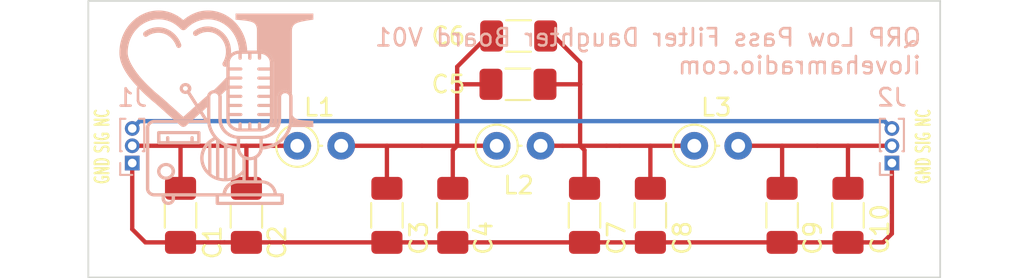
<source format=kicad_pcb>
(kicad_pcb (version 20221018) (generator pcbnew)
  (title_block (title "QRP Low Pass Filter Board") (date "2023-05-03") (rev "V01") (comment 1 "creativecoomons.org/licenses/by/4.0") (comment 2 "CC by 4.0") (comment 3 "Author: Jim Lavin / K5VZ"))
  (layers (0 "F.Cu" signal) (31 "B.Cu" signal) (34 "B.Paste" user) (35 "F.Paste" user) (36 "B.SilkS" user "B.Silkscreen") (37 "F.SilkS" user "F.Silkscreen") (38 "B.Mask" user) (39 "F.Mask" user) (44 "Edge.Cuts" user))
  (net 0 "")
  (net 1 "Net-(J1-Pin_2)")
  (net 2 "Net-(J1-Pin_1)")
  (net 3 "Net-(C3-Pad1)")
  (net 4 "Net-(C5-Pad2)")
  (net 5 "Net-(J2-Pin_2)")
  (net 6 "Net-(J1-Pin_3)")
  (footprint "Capacitor_SMD:C_1206_3216Metric_Pad1.33x1.80mm_HandSolder" (layer "F.Cu") (at 132.0415 92.964)
    (fp_text reference "C5")
    (fp_text value "47pf")
  )
  (footprint "Capacitor_SMD:C_1206_3216Metric_Pad1.33x1.80mm_HandSolder" (layer "F.Cu") (at 116.332 100.5455 -90)
    (fp_text reference "C2")
    (fp_text value "390pf")
  )
  (footprint "Capacitor_SMD:C_1206_3216Metric_Pad1.33x1.80mm_HandSolder" (layer "F.Cu") (at 139.7 100.5455 -90)
    (fp_text reference "C8")
    (fp_text value "100pf")
  )
  (footprint "Inductor_THT:L_Axial_L5.3mm_D2.2mm_P2.54mm_Vertical_Vishay_IM-1" (layer "F.Cu") (at 130.81 96.52)
    (fp_text reference "L2")
    (fp_text value "2.43uH")
  )
  (footprint "Capacitor_SMD:C_1206_3216Metric_Pad1.33x1.80mm_HandSolder" (layer "F.Cu") (at 151.13 100.5455 -90)
    (fp_text reference "C10")
    (fp_text value "390pf")
  )
  (footprint "Capacitor_SMD:C_1206_3216Metric_Pad1.33x1.80mm_HandSolder" (layer "F.Cu") (at 112.522 100.5455 -90)
    (fp_text reference "C1")
    (fp_text value "470pf")
  )
  (footprint "Inductor_THT:L_Axial_L5.3mm_D2.2mm_P2.54mm_Vertical_Vishay_IM-1" (layer "F.Cu") (at 119.276 96.52)
    (fp_text reference "L1")
    (fp_text value "2.68uH")
  )
  (footprint "Capacitor_SMD:C_1206_3216Metric_Pad1.33x1.80mm_HandSolder" (layer "F.Cu") (at 147.32 100.5455 -90)
    (fp_text reference "C9")
    (fp_text value "470pf")
  )
  (footprint "Capacitor_SMD:C_1206_3216Metric_Pad1.33x1.80mm_HandSolder" (layer "F.Cu") (at 132.08 90.17)
    (fp_text reference "C6")
    (fp_text value "150pf")
  )
  (footprint "Capacitor_SMD:C_1206_3216Metric_Pad1.33x1.80mm_HandSolder" (layer "F.Cu") (at 124.46 100.5455 -90)
    (fp_text reference "C3")
    (fp_text value "1200pf")
  )
  (footprint "Inductor_THT:L_Axial_L5.3mm_D2.2mm_P2.54mm_Vertical_Vishay_IM-1" (layer "F.Cu") (at 142.24 96.52)
    (fp_text reference "L3")
    (fp_text value "2.68uH")
  )
  (footprint "Capacitor_SMD:C_1206_3216Metric_Pad1.33x1.80mm_HandSolder" (layer "F.Cu") (at 135.89 100.5455 -90)
    (fp_text reference "C7")
    (fp_text value "1200pf")
  )
  (footprint "Capacitor_SMD:C_1206_3216Metric_Pad1.33x1.80mm_HandSolder" (layer "F.Cu") (at 128.27 100.5455 -90)
    (fp_text reference "C4")
    (fp_text value "100pf")
  )
  (footprint "Connector_PinHeader_1.00mm:PinHeader_1x03_P1.00mm_Vertical" (layer "B.Cu") (at 109.728 97.52)
    (fp_text reference "J1")
    (fp_text value "Conn_01x03_Header")
  )
  (footprint "Connector_PinHeader_1.00mm:PinHeader_1x03_P1.00mm_Vertical" (layer "B.Cu") (at 153.67 97.52)
    (fp_text reference "J2")
    (fp_text value "Conn_01x03_Header")
  )
  (gr_poly (pts (xy 114.058247 93.637029) (xy 114.056634 93.646258) (xy 114.05527 93.655612) (xy 114.054154 93.665027) (xy 114.053286 93.674443) (xy 114.052665 93.683796) (xy 114.052293 93.693026) (xy 114.052169 93.702069) (xy 114.052169 94.292089) (xy 113.787586 94.527568) (xy 113.515065 94.101589) (xy 113.95692 93.710007) (xy 113.95879 93.708141) (xy 113.960475 93.706493) (xy 113.962036 93.70503) (xy 113.962789 93.704359) (xy 113.963535 93.703723) (xy 113.96428 93.703117) (xy 113.965033 93.702539) (xy 113.965802 93.701984) (xy 113.966594 93.701449) (xy 113.967417 93.700929) (xy 113.968278 93.70042) (xy 113.969186 93.69992) (xy 113.970149 93.699423) (xy 113.976019 93.694586) (xy 113.9933 93.680571) (xy 114.006064 93.670355) (xy 114.021495 93.658123) (xy 114.03953 93.643969) (xy 114.060107 93.627986)) (fill solid) (layer "B.SilkS"))
  (gr_poly (pts (xy 111.252 89.662) (xy 111.267182 89.662336) (xy 111.297858 89.663535) (xy 111.328533 89.66523) (xy 111.358712 89.667173) (xy 111.399386 89.671767) (xy 111.44003 89.677633) (xy 111.480611 89.6848) (xy 111.5211 89.693301) (xy 111.561464 89.703166) (xy 111.601674 89.714426) (xy 111.641697 89.727113) (xy 111.681503 89.741257) (xy 111.755055 89.770748) (xy 111.826781 89.80455) (xy 111.896531 89.842506) (xy 111.964153 89.884462) (xy 112.029496 89.930263) (xy 112.092409 89.979754) (xy 112.15274 90.032779) (xy 112.210339 90.089184) (xy 112.265055 90.148813) (xy 112.316736 90.211512) (xy 112.365231 90.277126) (xy 112.410389 90.345499) (xy 112.452059 90.416476) (xy 112.49009 90.489903) (xy 112.52433 90.565625) (xy 112.554628 90.643486) (xy 112.557419 90.650987) (xy 112.559837 90.658596) (xy 112.561884 90.666298) (xy 112.563558 90.674078) (xy 112.56486 90.68192) (xy 112.565791 90.689808) (xy 112.566349 90.697728) (xy 112.566535 90.705663) (xy 112.566349 90.713598) (xy 112.565791 90.721517) (xy 112.56486 90.729406) (xy 112.563558 90.737247) (xy 112.561884 90.745027) (xy 112.559837 90.75273) (xy 112.557419 90.760339) (xy 112.554628 90.76784) (xy 112.551468 90.775186) (xy 112.547952 90.782335) (xy 112.544094 90.789275) (xy 112.539911 90.795993) (xy 112.535418 90.802479) (xy 112.53063 90.808721) (xy 112.525563 90.814707) (xy 112.520233 90.820426) (xy 112.514654 90.825865) (xy 112.508843 90.831014) (xy 112.502815 90.835861) (xy 112.496586 90.840394) (xy 112.49017 90.844601) (xy 112.483584 90.848471) (xy 112.476843 90.851992) (xy 112.469962 90.855152) (xy 112.462957 90.857913) (xy 112.455844 90.860243) (xy 112.448638 90.862146) (xy 112.441354 90.863627) (xy 112.434008 90.86469) (xy 112.426616 90.865338) (xy 112.419192 90.865575) (xy 112.411753 90.865405) (xy 112.404315 90.864832) (xy 112.396891 90.86386) (xy 112.389499 90.862492) (xy 112.382153 90.860733) (xy 112.374869 90.858587) (xy 112.367663 90.856057) (xy 112.36055 90.853147) (xy 112.353545 90.849861) (xy 112.346724 90.846205) (xy 112.340151 90.842192) (xy 112.333826 90.837838) (xy 112.327748 90.833159) (xy 112.321919 90.82817) (xy 112.316338 90.822886) (xy 112.311005 90.817323) (xy 112.30592 90.811496) (xy 112.301083 90.805422) (xy 112.296494 90.799115) (xy 112.292154 90.79259) (xy 112.288061 90.785865) (xy 112.284216 90.778953) (xy 112.280619 90.771871) (xy 112.277271 90.764633) (xy 112.27417 90.757257) (xy 112.250661 90.696417) (xy 112.223884 90.637031) (xy 112.193983 90.57925) (xy 112.161102 90.523224) (xy 112.125384 90.469106) (xy 112.086972 90.417045) (xy 112.04601 90.367193) (xy 112.002642 90.319702) (xy 111.957009 90.274722) (xy 111.909257 90.232405) (xy 111.859528 90.192902) (xy 111.807966 90.156363) (xy 111.754714 90.122941) (xy 111.699916 90.092786) (xy 111.643714 90.066049) (xy 111.586253 90.042882) (xy 111.524591 90.023093) (xy 111.461796 90.007359) (xy 111.398102 89.99564) (xy 111.333742 89.987898) (xy 111.268947 89.984093) (xy 111.203951 89.984188) (xy 111.138986 89.988142) (xy 111.074285 89.995918) (xy 111.010079 90.007477) (xy 110.946603 90.022779) (xy 110.884087 90.041787) (xy 110.822765 90.064462) (xy 110.76287 90.090764) (xy 110.704633 90.120655) (xy 110.648288 90.154096) (xy 110.594066 90.191048) (xy 110.587992 90.195357) (xy 110.58169 90.199347) (xy 110.575178 90.203013) (xy 110.568476 90.206344) (xy 110.561604 90.209335) (xy 110.55458 90.211977) (xy 110.547425 90.214263) (xy 110.540157 90.216184) (xy 110.532797 90.217733) (xy 110.525362 90.218902) (xy 110.517874 90.219683) (xy 110.51035 90.22007) (xy 110.502811 90.220053) (xy 110.495276 90.219625) (xy 110.487765 90.218779) (xy 110.480295 90.217507) (xy 110.473383 90.215834) (xy 110.466544 90.213796) (xy 110.459791 90.211402) (xy 110.453134 90.20866) (xy 110.446586 90.205576) (xy 110.440158 90.202159) (xy 110.433862 90.198416) (xy 110.427709 90.194356) (xy 110.421712 90.189985) (xy 110.415881 90.185312) (xy 110.410228 90.180345) (xy 110.404765 90.175091) (xy 110.399504 90.169557) (xy 110.394456 90.163753) (xy 110.389632 90.157685) (xy 110.385045 90.151361) (xy 110.380767 90.144791) (xy 110.37686 90.137992) (xy 110.373325 90.130984) (xy 110.370163 90.123786) (xy 110.367372 90.116418) (xy 110.364954 90.108898) (xy 110.362907 90.101247) (xy 110.361233 90.093483) (xy 110.359931 90.085626) (xy 110.359 90.077696) (xy 110.358442 90.069711) (xy 110.358256 90.061692) (xy 110.358442 90.053657) (xy 110.359 90.045626) (xy 110.359931 90.037618) (xy 110.361233 90.029652) (xy 110.362905 90.021779) (xy 110.364938 90.014041) (xy 110.36732 90.00645) (xy 110.370038 89.999019) (xy 110.373083 89.991757) (xy 110.376441 89.984678) (xy 110.380102 89.977793) (xy 110.384053 89.971113) (xy 110.388283 89.964651) (xy 110.392781 89.958416) (xy 110.397535 89.952423) (xy 110.402533 89.946681) (xy 110.407763 89.941202) (xy 110.413214 89.935999) (xy 110.418875 89.931083) (xy 110.424733 89.926465) (xy 110.469957 89.894687) (xy 110.516283 89.864851) (xy 110.563631 89.836976) (xy 110.611925 89.811082) (xy 110.661088 89.787187) (xy 110.711041 89.765312) (xy 110.761707 89.745475) (xy 110.813009 89.727697) (xy 110.864869 89.711995) (xy 110.917209 89.698391) (xy 110.969953 89.686903) (xy 111.023022 89.67755) (xy 111.076339 89.670352) (xy 111.129826 89.665328) (xy 111.183407 89.662498) (xy 111.237003 89.661882)) (fill solid) (layer "B.SilkS"))
  (gr_poly (pts (xy 115.171357 93.289319) (xy 115.134662 93.326655) (xy 115.098059 93.363278) (xy 115.025506 93.434509) (xy 114.885607 93.569777) (xy 114.879618 93.555268) (xy 114.873067 93.541021) (xy 114.86597 93.527048) (xy 114.858338 93.513362) (xy 114.850184 93.499976) (xy 114.841523 93.486904) (xy 114.832366 93.474159) (xy 114.822728 93.461753) (xy 114.81262 93.449699) (xy 114.802056 93.438012) (xy 114.79105 93.426703) (xy 114.779614 93.415786) (xy 114.767761 93.405275) (xy 114.755505 93.395181) (xy 114.742858 93.385519) (xy 114.729834 93.3763) (xy 114.716446 93.36754) (xy 114.702706 93.359249) (xy 114.688628 93.351442) (xy 114.674225 93.344132) (xy 114.65951 93.337331) (xy 114.644496 93.331053) (xy 114.629197 93.325311) (xy 114.613624 93.320118) (xy 114.597792 93.315487) (xy 114.581713 93.31143) (xy 114.565401 93.307962) (xy 114.548869 93.305095) (xy 114.532129 93.302843) (xy 114.515194 93.301218) (xy 114.498079 93.300233) (xy 114.480795 93.299902) (xy 114.47046 93.299943) (xy 114.465075 93.300042) (xy 114.459628 93.300233) (xy 114.454182 93.300548) (xy 114.448797 93.301018) (xy 114.443536 93.301675) (xy 114.440972 93.302082) (xy 114.438462 93.302548) (xy 114.560087 93.190059) (xy 114.623846 93.129954) (xy 114.689155 93.067399) (xy 114.755704 93.002489) (xy 114.823183 92.935315) (xy 114.891282 92.86597) (xy 114.959691 92.794548) (xy 115.013228 92.736505) (xy 115.066517 92.67747) (xy 115.119309 92.617443) (xy 115.145442 92.587057) (xy 115.171357 92.556423)) (fill solid) (layer "B.SilkS"))
  (gr_poly (pts (xy 114.145978 89.617517) (xy 114.181361 89.619341) (xy 114.216558 89.622344) (xy 114.2516 89.626493) (xy 114.286517 89.631759) (xy 114.321342 89.63811) (xy 114.356105 89.645515) (xy 114.390836 89.653944) (xy 114.459739 89.672808) (xy 114.527448 89.69559) (xy 114.593824 89.722178) (xy 114.658727 89.75246) (xy 114.722018 89.786323) (xy 114.783556 89.823654) (xy 114.843204 89.864343) (xy 114.900821 89.908275) (xy 114.956267 89.955338) (xy 115.009403 90.005421) (xy 115.06009 90.058411) (xy 115.108188 90.114195) (xy 115.153557 90.172661) (xy 115.196058 90.233697) (xy 115.235552 90.297189) (xy 115.271899 90.363027) (xy 115.294003 90.407078) (xy 115.314666 90.451885) (xy 115.333872 90.497397) (xy 115.351604 90.543564) (xy 115.367849 90.590336) (xy 115.38259 90.637662) (xy 115.395811 90.685491) (xy 115.407498 90.733775) (xy 115.417634 90.782461) (xy 115.426205 90.8315) (xy 115.433194 90.880841) (xy 115.438586 90.930434) (xy 115.442366 90.980229) (xy 115.444519 91.030175) (xy 115.445028 91.080222) (xy 115.443878 91.130319) (xy 115.441232 91.188527) (xy 115.410236 91.213601) (xy 115.380791 91.240167) (xy 115.352958 91.268168) (xy 115.3268 91.297544) (xy 115.302377 91.328238) (xy 115.279753 91.360191) (xy 115.25899 91.393346) (xy 115.240149 91.427644) (xy 115.223292 91.463028) (xy 115.208481 91.499438) (xy 115.195779 91.536818) (xy 115.185248 91.575108) (xy 115.176948 91.614251) (xy 115.170944 91.654189) (xy 115.167295 91.694862) (xy 115.166065 91.736214) (xy 115.166065 91.937298) (xy 115.163584 91.938755) (xy 115.161099 91.94015) (xy 115.158606 91.941484) (xy 115.156102 91.942755) (xy 115.153582 91.943964) (xy 115.151043 91.945111) (xy 115.14848 91.946196) (xy 115.145891 91.94722) (xy 115.14327 91.948181) (xy 115.140614 91.94908) (xy 115.13792 91.949917) (xy 115.135183 91.950692) (xy 115.1324 91.951406) (xy 115.129566 91.952057) (xy 115.126678 91.952646) (xy 115.123732 91.953173) (xy 115.117193 91.953544) (xy 115.110492 91.953659) (xy 115.103652 91.95351) (xy 115.096695 91.95309) (xy 115.089645 91.952392) (xy 115.082525 91.951406) (xy 115.075359 91.950126) (xy 115.06817 91.948543) (xy 115.06098 91.94665) (xy 115.053814 91.94444) (xy 115.046695 91.941904) (xy 115.039645 91.939034) (xy 115.032688 91.935824) (xy 115.025847 91.932265) (xy 115.019146 91.928349) (xy 115.012608 91.924069) (xy 115.006313 91.919451) (xy 115.000329 91.914535) (xy 114.994655 91.909331) (xy 114.989291 91.903853) (xy 114.984237 91.898111) (xy 114.979494 91.892117) (xy 114.97506 91.885883) (xy 114.970936 91.87942) (xy 114.967122 91.872741) (xy 114.963619 91.865855) (xy 114.960425 91.858776) (xy 114.957541 91.851515) (xy 114.954968 91.844083) (xy 114.952704 91.836493) (xy 114.950751 91.828755) (xy 114.949108 91.820881) (xy 114.947805 91.812916) (xy 114.946875 91.804908) (xy 114.946317 91.796877) (xy 114.946131 91.788842) (xy 114.946317 91.780822) (xy 114.946875 91.772838) (xy 114.947805 91.764907) (xy 114.949108 91.757051) (xy 114.950782 91.749287) (xy 114.952828 91.741636) (xy 114.955247 91.734116) (xy 114.958038 91.726748) (xy 114.9612 91.71955) (xy 114.964735 91.712542) (xy 114.968642 91.705743) (xy 114.97292 91.699173) (xy 114.992264 91.666532) (xy 115.010592 91.633136) (xy 115.027882 91.599034) (xy 115.04411 91.564277) (xy 115.059252 91.528915) (xy 115.073286 91.492999) (xy 115.086189 91.45658) (xy 115.097936 91.419707) (xy 115.108505 91.382431) (xy 115.117873 91.344802) (xy 115.126016 91.306871) (xy 115.13291 91.268688) (xy 115.138534 91.230303) (xy 115.142863 91.191767) (xy 115.145875 91.153131) (xy 115.147545 91.114444) (xy 115.148384 91.075696) (xy 115.147933 91.036878) (xy 115.146202 90.998044) (xy 115.143205 90.959249) (xy 115.138951 90.920547) (xy 115.133453 90.881993) (xy 115.126723 90.84364) (xy 115.118772 90.805543) (xy 115.109612 90.767756) (xy 115.099254 90.730333) (xy 115.08771 90.693329) (xy 115.074991 90.656797) (xy 115.061111 90.620793) (xy 115.046078 90.58537) (xy 115.029907 90.550583) (xy 115.012608 90.516485) (xy 114.984476 90.465714) (xy 114.953748 90.416652) (xy 114.920555 90.369396) (xy 114.885029 90.324042) (xy 114.847301 90.280689) (xy 114.807504 90.239433) (xy 114.765769 90.20037) (xy 114.722227 90.163597) (xy 114.677012 90.129213) (xy 114.630254 90.097312) (xy 114.582085 90.067993) (xy 114.532637 90.041352) (xy 114.482042 90.017486) (xy 114.430431 89.996491) (xy 114.377937 89.978466) (xy 114.324691 89.963506) (xy 114.270768 89.952184) (xy 114.216263 89.943993) (xy 114.16134 89.938903) (xy 114.106162 89.936883) (xy 114.05089 89.937901) (xy 113.995688 89.941926) (xy 113.940718 89.948928) (xy 113.886144 89.958876) (xy 113.832128 89.971738) (xy 113.778833 89.987484) (xy 113.726421 90.006082) (xy 113.675056 90.027502) (xy 113.6249 90.051713) (xy 113.576116 90.078683) (xy 113.528867 90.108381) (xy 113.483316 90.140777) (xy 113.477242 90.145522) (xy 113.470939 90.149841) (xy 113.464428 90.153741) (xy 113.457726 90.157231) (xy 113.450853 90.160317) (xy 113.44383 90.163008) (xy 113.436675 90.165312) (xy 113.429407 90.167235) (xy 113.422046 90.168787) (xy 113.414612 90.169974) (xy 113.407124 90.170805) (xy 113.3996 90.171287) (xy 113.392061 90.171428) (xy 113.384526 90.171235) (xy 113.377014 90.170717) (xy 113.369545 90.169881) (xy 113.362167 90.168208) (xy 113.354921 90.166171) (xy 113.347814 90.163777) (xy 113.340854 90.161034) (xy 113.33405 90.157951) (xy 113.327408 90.154533) (xy 113.320937 90.150791) (xy 113.314644 90.14673) (xy 113.308537 90.14236) (xy 113.302624 90.137687) (xy 113.296912 90.13272) (xy 113.29141 90.127465) (xy 113.286125 90.121932) (xy 113.281064 90.116128) (xy 113.276237 90.110059) (xy 113.271649 90.103735) (xy 113.26737 90.097165) (xy 113.263463 90.090367) (xy 113.259929 90.083359) (xy 113.256766 90.076161) (xy 113.253976 90.068793) (xy 113.251557 90.061273) (xy 113.249511 90.053622) (xy 113.247836 90.045858) (xy 113.246534 90.038001) (xy 113.245604 90.030071) (xy 113.245046 90.022086) (xy 113.24486 90.014067) (xy 113.245046 90.006032) (xy 113.245604 89.998) (xy 113.246534 89.989992) (xy 113.247837 89.982027) (xy 113.24948 89.974154) (xy 113.251433 89.966416) (xy 113.253697 89.958825) (xy 113.25627 89.951393) (xy 113.259154 89.944132) (xy 113.262347 89.937053) (xy 113.265851 89.930168) (xy 113.269665 89.923488) (xy 113.273789 89.917025) (xy 113.278222 89.910791) (xy 113.282966 89.904797) (xy 113.28802 89.899056) (xy 113.293384 89.893577) (xy 113.299058 89.888374) (xy 113.305042 89.883458) (xy 113.311337 89.87884) (xy 113.35557 89.847063) (xy 113.400907 89.817231) (xy 113.447276 89.789368) (xy 113.494602 89.763498) (xy 113.542811 89.739643) (xy 113.591831 89.717826) (xy 113.641587 89.698072) (xy 113.692006 89.680402) (xy 113.743014 89.664841) (xy 113.794537 89.651412) (xy 113.846502 89.640137) (xy 113.898835 89.631041) (xy 113.951463 89.624146) (xy 114.004312 89.619476) (xy 114.057309 89.617053) (xy 114.110378 89.616902)) (fill solid) (layer "B.SilkS"))
  (gr_poly (pts (xy 117.167984 91.014825) (xy 117.206197 91.017564) (xy 117.243865 91.022073) (xy 117.280939 91.02831) (xy 117.317371 91.036228) (xy 117.353114 91.045784) (xy 117.38812 91.056933) (xy 117.422341 91.06963) (xy 117.455728 91.083831) (xy 117.488234 91.099492) (xy 117.519811 91.116566) (xy 117.550411 91.135011) (xy 117.579985 91.154782) (xy 117.608486 91.175833) (xy 117.635867 91.198121) (xy 117.662078 91.2216) (xy 117.687073 91.246227) (xy 117.710802 91.271957) (xy 117.733219 91.298744) (xy 117.754274 91.326545) (xy 117.773921 91.355315) (xy 117.792111 91.385009) (xy 117.808796 91.415583) (xy 117.823929 91.446992) (xy 117.837461 91.479192) (xy 117.849344 91.512138) (xy 117.859531 91.545786) (xy 117.867973 91.58009) (xy 117.874622 91.615007) (xy 117.879431 91.650492) (xy 117.882352 91.686499) (xy 117.883336 91.722986) (xy 117.883336 94.985298) (xy 117.882352 95.021785) (xy 117.879431 95.057792) (xy 117.874622 95.093277) (xy 117.867973 95.128194) (xy 117.859531 95.162498) (xy 117.849344 95.196146) (xy 117.837461 95.229092) (xy 117.823929 95.261291) (xy 117.808796 95.292701) (xy 117.792111 95.323275) (xy 117.773921 95.352969) (xy 117.754274 95.381739) (xy 117.733219 95.40954) (xy 117.710802 95.436327) (xy 117.687073 95.462057) (xy 117.662078 95.486683) (xy 117.635867 95.510163) (xy 117.608486 95.532451) (xy 117.579985 95.553502) (xy 117.550411 95.573272) (xy 117.519811 95.591717) (xy 117.488234 95.608792) (xy 117.455728 95.624452) (xy 117.422341 95.638653) (xy 117.38812 95.651351) (xy 117.353114 95.662499) (xy 117.317371 95.672055) (xy 117.280939 95.679974) (xy 117.243865 95.68621) (xy 117.206197 95.69072) (xy 117.167984 95.693459) (xy 117.129273 95.694381) (xy 115.925419 95.694381) (xy 115.891838 95.693688) (xy 115.858586 95.691627) (xy 115.825697 95.688225) (xy 115.793205 95.683509) (xy 115.761146 95.677506) (xy 115.729554 95.670243) (xy 115.698462 95.661748) (xy 115.667906 95.652048) (xy 115.637919 95.641169) (xy 115.608537 95.62914) (xy 115.579793 95.615986) (xy 115.551722 95.601736) (xy 115.524358 95.586416) (xy 115.497736 95.570053) (xy 115.47189 95.552675) (xy 115.446855 95.534308) (xy 115.422664 95.514981) (xy 115.399353 95.494719) (xy 115.376956 95.473551) (xy 115.355506 95.451502) (xy 115.335039 95.428601) (xy 115.315589 95.404875) (xy 115.297191 95.38035) (xy 115.279878 95.355053) (xy 115.263685 95.329013) (xy 115.248646 95.302256) (xy 115.234797 95.274808) (xy 115.22217 95.246698) (xy 115.210802 95.217953) (xy 115.200725 95.188599) (xy 115.191975 95.158663) (xy 115.184586 95.128173) (xy 115.180866 95.111182) (xy 115.177641 95.093943) (xy 115.174912 95.076456) (xy 115.17268 95.05872) (xy 115.170944 95.040737) (xy 115.169703 95.022505) (xy 115.168959 95.004026) (xy 115.168711 94.985298) (xy 115.168711 91.722986) (xy 115.367149 91.722986) (xy 115.369795 91.722986) (xy 115.369795 91.984923) (xy 116.004795 91.984923) (xy 116.009731 91.985046) (xy 116.014615 91.98541) (xy 116.019438 91.986011) (xy 116.024194 91.98684) (xy 116.028877 91.987892) (xy 116.033479 91.989161) (xy 116.037994 91.99064) (xy 116.042415 91.992323) (xy 116.046736 91.994203) (xy 116.050948 91.996275) (xy 116.055047 91.998532) (xy 116.059024 92.000968) (xy 116.062874 92.003577) (xy 116.066588 92.006351) (xy 116.070162 92.009285) (xy 116.073587 92.012373) (xy 116.076857 92.015608) (xy 116.079965 92.018985) (xy 116.082904 92.022496) (xy 116.085669 92.026135) (xy 116.088251 92.029896) (xy 116.090644 92.033773) (xy 116.092841 92.03776) (xy 116.094836 92.04185) (xy 116.096622 92.046036) (xy 116.098191 92.050313) (xy 116.099538 92.054675) (xy 116.100655 92.059115) (xy 116.101535 92.063626) (xy 116.102173 92.068203) (xy 116.10256 92.072838) (xy 116.102691 92.077527) (xy 116.102568 92.082215) (xy 116.102202 92.086851) (xy 116.101599 92.091428) (xy 116.100763 92.095939) (xy 116.099701 92.100379) (xy 116.098418 92.10474) (xy 116.096918 92.109018) (xy 116.095208 92.113204) (xy 116.093292 92.117294) (xy 116.091177 92.121281) (xy 116.088866 92.125158) (xy 116.086366 92.128919) (xy 116.083682 92.132558) (xy 116.080819 92.136069) (xy 116.077783 92.139445) (xy 116.074579 92.142681) (xy 116.071211 92.145769) (xy 116.067687 92.148703) (xy 116.06401 92.151477) (xy 116.060187 92.154086) (xy 116.056222 92.156522) (xy 116.052121 92.158779) (xy 116.047889 92.160851) (xy 116.043531 92.162731) (xy 116.039054 92.164414) (xy 116.034461 92.165893) (xy 116.02976 92.167162) (xy 116.024954 92.168214) (xy 116.020049 92.169043) (xy 116.01505 92.169644) (xy 116.009964 92.170008) (xy 116.004795 92.170131) (xy 115.369795 92.170131) (xy 115.369795 92.511444) (xy 116.004795 92.511444) (xy 116.009731 92.511567) (xy 116.014615 92.511931) (xy 116.019438 92.512532) (xy 116.024194 92.513361) (xy 116.028877 92.514413) (xy 116.033479 92.515682) (xy 116.037994 92.517161) (xy 116.042415 92.518844) (xy 116.046736 92.520724) (xy 116.050948 92.522796) (xy 116.055047 92.525053) (xy 116.059024 92.527489) (xy 116.062874 92.530097) (xy 116.066588 92.532872) (xy 116.070162 92.535806) (xy 116.073587 92.538894) (xy 116.076857 92.542129) (xy 116.079965 92.545506) (xy 116.082904 92.549016) (xy 116.085669 92.552656) (xy 116.088251 92.556417) (xy 116.090644 92.560294) (xy 116.092841 92.564281) (xy 116.094836 92.568371) (xy 116.096622 92.572557) (xy 116.098191 92.576834) (xy 116.099538 92.581196) (xy 116.100655 92.585636) (xy 116.101535 92.590147) (xy 116.102173 92.594724) (xy 116.10256 92.599359) (xy 116.102691 92.604048) (xy 116.102568 92.608737) (xy 116.102202 92.613372) (xy 116.101599 92.617949) (xy 116.100763 92.62246) (xy 116.099701 92.6269) (xy 116.098418 92.631261) (xy 116.096918 92.635539) (xy 116.095208 92.639725) (xy 116.093292 92.643815) (xy 116.091177 92.647802) (xy 116.088866 92.651679) (xy 116.086366 92.65544) (xy 116.083682 92.659079) (xy 116.080819 92.66259) (xy 116.077783 92.665966) (xy 116.074579 92.669202) (xy 116.071211 92.67229) (xy 116.067687 92.675224) (xy 116.06401 92.677998) (xy 116.060187 92.680607) (xy 116.056222 92.683042) (xy 116.052121 92.6853) (xy 116.047889 92.687372) (xy 116.043531 92.689252) (xy 116.039054 92.690935) (xy 116.034461 92.692414) (xy 116.02976 92.693683) (xy 116.024954 92.694735) (xy 116.020049 92.695564) (xy 116.01505 92.696165) (xy 116.009964 92.696529) (xy 116.004795 92.696652) (xy 115.369795 92.696652) (xy 115.369795 93.037965) (xy 116.004795 93.037965) (xy 116.009731 93.038088) (xy 116.014615 93.038453) (xy 116.019438 93.039053) (xy 116.024194 93.039882) (xy 116.028877 93.040934) (xy 116.033479 93.042203) (xy 116.037994 93.043682) (xy 116.042415 93.045365) (xy 116.046736 93.047245) (xy 116.050948 93.049317) (xy 116.055047 93.051575) (xy 116.059024 93.05401) (xy 116.062874 93.056619) (xy 116.066588 93.059393) (xy 116.070162 93.062327) (xy 116.073587 93.065415) (xy 116.076857 93.06865) (xy 116.079965 93.072027) (xy 116.082904 93.075537) (xy 116.085669 93.079177) (xy 116.088251 93.082938) (xy 116.090644 93.086815) (xy 116.092841 93.090802) (xy 116.094836 93.094892) (xy 116.096622 93.099078) (xy 116.098191 93.103355) (xy 116.099538 93.107717) (xy 116.100655 93.112157) (xy 116.101535 93.116668) (xy 116.102173 93.121245) (xy 116.10256 93.12588) (xy 116.102691 93.130569) (xy 116.102568 93.135258) (xy 116.102202 93.139893) (xy 116.101599 93.14447) (xy 116.100763 93.148981) (xy 116.099701 93.153421) (xy 116.098418 93.157783) (xy 116.096918 93.16206) (xy 116.095208 93.166246) (xy 116.093292 93.170336) (xy 116.091177 93.174323) (xy 116.088866 93.1782) (xy 116.086366 93.181961) (xy 116.083682 93.185601) (xy 116.080819 93.189111) (xy 116.077783 93.192488) (xy 116.074579 93.195723) (xy 116.071211 93.198811) (xy 116.067687 93.201745) (xy 116.06401 93.204519) (xy 116.060187 93.207128) (xy 116.056222 93.209564) (xy 116.052121 93.211821) (xy 116.047889 93.213893) (xy 116.043531 93.215773) (xy 116.039054 93.217456) (xy 116.034461 93.218935) (xy 116.02976 93.220204) (xy 116.024954 93.221256) (xy 116.020049 93.222085) (xy 116.01505 93.222685) (xy 116.009964 93.22305) (xy 116.004795 93.223173) (xy 115.369795 93.223173) (xy 115.369795 93.567132) (xy 116.004795 93.567132) (xy 116.009731 93.567255) (xy 116.014615 93.56762) (xy 116.019438 93.56822) (xy 116.024194 93.569049) (xy 116.028877 93.570101) (xy 116.033479 93.57137) (xy 116.037994 93.572849) (xy 116.042415 93.574532) (xy 116.046736 93.576413) (xy 116.050948 93.578485) (xy 116.055047 93.580742) (xy 116.059024 93.583177) (xy 116.062874 93.585786) (xy 116.066588 93.58856) (xy 116.070162 93.591495) (xy 116.073587 93.594582) (xy 116.076857 93.597818) (xy 116.079965 93.601194) (xy 116.082904 93.604705) (xy 116.085669 93.608344) (xy 116.088251 93.612105) (xy 116.090644 93.615982) (xy 116.092841 93.619969) (xy 116.094836 93.624059) (xy 116.096622 93.628245) (xy 116.098191 93.632523) (xy 116.099538 93.636884) (xy 116.100655 93.641324) (xy 116.101535 93.645835) (xy 116.102173 93.650412) (xy 116.10256 93.655048) (xy 116.102691 93.659736) (xy 116.102568 93.664425) (xy 116.102202 93.669061) (xy 116.101599 93.673637) (xy 116.100763 93.678149) (xy 116.099701 93.682588) (xy 116.098418 93.68695) (xy 116.096918 93.691227) (xy 116.095208 93.695414) (xy 116.093292 93.699503) (xy 116.091177 93.70349) (xy 116.088866 93.707367) (xy 116.086366 93.711128) (xy 116.083682 93.714768) (xy 116.080819 93.718279) (xy 116.077783 93.721655) (xy 116.074579 93.72489) (xy 116.071211 93.727978) (xy 116.067687 93.730912) (xy 116.06401 93.733687) (xy 116.060187 93.736295) (xy 116.056222 93.738731) (xy 116.052121 93.740988) (xy 116.047889 93.74306) (xy 116.043531 93.74494) (xy 116.039054 93.746623) (xy 116.034461 93.748102) (xy 116.02976 93.749371) (xy 116.024954 93.750423) (xy 116.020049 93.751252) (xy 116.01505 93.751853) (xy 116.009964 93.752217) (xy 116.004795 93.75234) (xy 115.369795 93.75234) (xy 115.369795 94.093653) (xy 116.004795 94.093653) (xy 116.009731 94.093776) (xy 116.014615 94.094141) (xy 116.019438 94.094741) (xy 116.024194 94.09557) (xy 116.028877 94.096623) (xy 116.033479 94.097891) (xy 116.037994 94.09937) (xy 116.042415 94.101053) (xy 116.046736 94.102934) (xy 116.050948 94.105006) (xy 116.055047 94.107263) (xy 116.059024 94.109699) (xy 116.062874 94.112307) (xy 116.066588 94.115081) (xy 116.070162 94.118016) (xy 116.073587 94.121104) (xy 116.076857 94.124339) (xy 116.079965 94.127715) (xy 116.082904 94.131226) (xy 116.085669 94.134865) (xy 116.088251 94.138626) (xy 116.090644 94.142504) (xy 116.092841 94.14649) (xy 116.094836 94.15058) (xy 116.096622 94.154767) (xy 116.098191 94.159044) (xy 116.099538 94.163405) (xy 116.100655 94.167845) (xy 116.101535 94.172356) (xy 116.102173 94.176933) (xy 116.10256 94.181569) (xy 116.102691 94.186257) (xy 116.102568 94.190946) (xy 116.102202 94.195582) (xy 116.101599 94.200158) (xy 116.100763 94.20467) (xy 116.099701 94.209109) (xy 116.098418 94.213471) (xy 116.096918 94.217748) (xy 116.095208 94.221935) (xy 116.093292 94.226025) (xy 116.091177 94.230011) (xy 116.088866 94.233888) (xy 116.086366 94.23765) (xy 116.083682 94.241289) (xy 116.080819 94.2448) (xy 116.077783 94.248176) (xy 116.074579 94.251411) (xy 116.071211 94.254499) (xy 116.067687 94.257433) (xy 116.06401 94.260208) (xy 116.060187 94.262816) (xy 116.056222 94.265252) (xy 116.052121 94.267509) (xy 116.047889 94.269581) (xy 116.043531 94.271462) (xy 116.039054 94.273144) (xy 116.034461 94.274623) (xy 116.02976 94.275892) (xy 116.024954 94.276944) (xy 116.020049 94.277774) (xy 116.01505 94.278374) (xy 116.009964 94.278739) (xy 116.004795 94.278862) (xy 115.369795 94.278862) (xy 115.369795 94.620174) (xy 116.004795 94.620174) (xy 116.009731 94.620297) (xy 116.014615 94.620662) (xy 116.019438 94.621262) (xy 116.024194 94.622092) (xy 116.028877 94.623144) (xy 116.033479 94.624413) (xy 116.037994 94.625892) (xy 116.042415 94.627574) (xy 116.046736 94.629455) (xy 116.050948 94.631527) (xy 116.055047 94.633784) (xy 116.059024 94.63622) (xy 116.062874 94.638828) (xy 116.066588 94.641603) (xy 116.070162 94.644537) (xy 116.073587 94.647625) (xy 116.076857 94.65086) (xy 116.079965 94.654236) (xy 116.082904 94.657747) (xy 116.085669 94.661386) (xy 116.088251 94.665148) (xy 116.090644 94.669025) (xy 116.092841 94.673011) (xy 116.094836 94.677101) (xy 116.096622 94.681288) (xy 116.098191 94.685565) (xy 116.099538 94.689927) (xy 116.100655 94.694366) (xy 116.101535 94.698878) (xy 116.102173 94.703454) (xy 116.10256 94.70809) (xy 116.102691 94.712779) (xy 116.102568 94.717467) (xy 116.102202 94.722103) (xy 116.101599 94.72668) (xy 116.100763 94.731191) (xy 116.099701 94.735631) (xy 116.098418 94.739992) (xy 116.096918 94.744269) (xy 116.095208 94.748456) (xy 116.093292 94.752546) (xy 116.091177 94.756532) (xy 116.088866 94.76041) (xy 116.086366 94.764171) (xy 116.083682 94.76781) (xy 116.080819 94.771321) (xy 116.077783 94.774697) (xy 116.074579 94.777932) (xy 116.071211 94.78102) (xy 116.067687 94.783955) (xy 116.06401 94.786729) (xy 116.060187 94.789337) (xy 116.056222 94.791773) (xy 116.052121 94.79403) (xy 116.047889 94.796102) (xy 116.043531 94.797983) (xy 116.039054 94.799666) (xy 116.034461 94.801145) (xy 116.02976 94.802413) (xy 116.024954 94.803466) (xy 116.020049 94.804295) (xy 116.01505 94.804895) (xy 116.009964 94.80526) (xy 116.004795 94.805383) (xy 115.369795 94.805383) (xy 115.369795 94.990592) (xy 115.369924 95.005231) (xy 115.370332 95.019406) (xy 115.371051 95.033147) (xy 115.37211 95.046484) (xy 115.373542 95.05945) (xy 115.375376 95.072075) (xy 115.377645 95.084389) (xy 115.380378 95.096425) (xy 115.385289 95.117328) (xy 115.391079 95.13786) (xy 115.397725 95.158007) (xy 115.405209 95.177753) (xy 115.413508 95.197085) (xy 115.422603 95.215987) (xy 115.443093 95.252446) (xy 115.466513 95.287014) (xy 115.492697 95.319574) (xy 115.521478 95.35001) (xy 115.552688 95.378206) (xy 115.586162 95.404045) (xy 115.621733 95.427412) (xy 115.659234 95.44819) (xy 115.698499 95.466262) (xy 115.73936 95.481513) (xy 115.781651 95.493827) (xy 115.825206 95.503086) (xy 115.869858 95.509174) (xy 115.869858 95.252529) (xy 115.869981 95.24784) (xy 115.870347 95.243204) (xy 115.87095 95.238628) (xy 115.871785 95.234116) (xy 115.872847 95.229677) (xy 115.874131 95.225315) (xy 115.87563 95.221038) (xy 115.877341 95.216851) (xy 115.879256 95.212761) (xy 115.881372 95.208775) (xy 115.883683 95.204898) (xy 115.886182 95.201136) (xy 115.888867 95.197497) (xy 115.891729 95.193986) (xy 115.894766 95.19061) (xy 115.89797 95.187375) (xy 115.901337 95.184287) (xy 115.904862 95.181353) (xy 115.908538 95.178578) (xy 115.912362 95.17597) (xy 115.916327 95.173534) (xy 115.920428 95.171277) (xy 115.92466 95.169205) (xy 115.929017 95.167325) (xy 115.933495 95.165642) (xy 115.938087 95.164163) (xy 115.942789 95.162894) (xy 115.947595 95.161842) (xy 115.952499 95.161012) (xy 115.957498 95.160412) (xy 115.962584 95.160048) (xy 115.967753 95.159925) (xy 115.97269 95.160048) (xy 115.977573 95.160412) (xy 115.982397 95.161012) (xy 115.987153 95.161842) (xy 115.991836 95.162894) (xy 115.996438 95.164163) (xy 116.000953 95.165642) (xy 116.005374 95.167325) (xy 116.009694 95.169205) (xy 116.013907 95.171277) (xy 116.018006 95.173534) (xy 116.021983 95.17597) (xy 116.025832 95.178578) (xy 116.029547 95.181353) (xy 116.03312 95.184287) (xy 116.036545 95.187375) (xy 116.039815 95.19061) (xy 116.042924 95.193986) (xy 116.045863 95.197497) (xy 116.048627 95.201136) (xy 116.051209 95.204898) (xy 116.053602 95.208775) (xy 116.0558 95.212761) (xy 116.057795 95.216851) (xy 116.05958 95.221038) (xy 116.06115 95.225315) (xy 116.062496 95.229677) (xy 116.063614 95.234116) (xy 116.064494 95.238628) (xy 116.065132 95.243204) (xy 116.065519 95.24784) (xy 116.06565 95.252529) (xy 116.06565 95.514466) (xy 116.430774 95.514466) (xy 116.430774 95.252529) (xy 116.430897 95.24784) (xy 116.431263 95.243204) (xy 116.431867 95.238628) (xy 116.432702 95.234116) (xy 116.433764 95.229677) (xy 116.435047 95.225315) (xy 116.436547 95.221038) (xy 116.438257 95.216851) (xy 116.440173 95.212761) (xy 116.442289 95.208775) (xy 116.444599 95.204898) (xy 116.447099 95.201136) (xy 116.449783 95.197497) (xy 116.452646 95.193986) (xy 116.455682 95.19061) (xy 116.458887 95.187375) (xy 116.462254 95.184287) (xy 116.465778 95.181353) (xy 116.469455 95.178578) (xy 116.473279 95.17597) (xy 116.477243 95.173534) (xy 116.481345 95.171277) (xy 116.485576 95.169205) (xy 116.489934 95.167325) (xy 116.494411 95.165642) (xy 116.499004 95.164163) (xy 116.503706 95.162894) (xy 116.508512 95.161842) (xy 116.513416 95.161012) (xy 116.518415 95.160412) (xy 116.523501 95.160048) (xy 116.52867 95.159925) (xy 116.533607 95.160048) (xy 116.53849 95.160412) (xy 116.543313 95.161012) (xy 116.54807 95.161842) (xy 116.552753 95.162894) (xy 116.557355 95.164163) (xy 116.56187 95.165642) (xy 116.566291 95.167325) (xy 116.570611 95.169205) (xy 116.574824 95.171277) (xy 116.578923 95.173534) (xy 116.5829 95.17597) (xy 116.586749 95.178578) (xy 116.590464 95.181353) (xy 116.594037 95.184287) (xy 116.597462 95.187375) (xy 116.600732 95.19061) (xy 116.60384 95.193986) (xy 116.60678 95.197497) (xy 116.609544 95.201136) (xy 116.612126 95.204898) (xy 116.614519 95.208775) (xy 116.616717 95.212761) (xy 116.618712 95.216851) (xy 116.620497 95.221038) (xy 116.622067 95.225315) (xy 116.623413 95.229677) (xy 116.62453 95.234116) (xy 116.625411 95.238628) (xy 116.626048 95.243204) (xy 116.626436 95.24784) (xy 116.626566 95.252529) (xy 116.626566 95.514466) (xy 116.991692 95.514466) (xy 116.991692 95.252529) (xy 116.991815 95.24784) (xy 116.992181 95.243204) (xy 116.992784 95.238628) (xy 116.993619 95.234116) (xy 116.994681 95.229677) (xy 116.995965 95.225315) (xy 116.997464 95.221038) (xy 116.999174 95.216851) (xy 117.00109 95.212761) (xy 117.003206 95.208775) (xy 117.005516 95.204898) (xy 117.008016 95.201136) (xy 117.0107 95.197497) (xy 117.013563 95.193986) (xy 117.016599 95.19061) (xy 117.019804 95.187375) (xy 117.023171 95.184287) (xy 117.026695 95.181353) (xy 117.030372 95.178578) (xy 117.034196 95.17597) (xy 117.038161 95.173534) (xy 117.042262 95.171277) (xy 117.046493 95.169205) (xy 117.050851 95.167325) (xy 117.055328 95.165642) (xy 117.059921 95.164163) (xy 117.064622 95.162894) (xy 117.069428 95.161842) (xy 117.074333 95.161012) (xy 117.079332 95.160412) (xy 117.084418 95.160048) (xy 117.089587 95.159925) (xy 117.094524 95.160048) (xy 117.099407 95.160412) (xy 117.10423 95.161012) (xy 117.108987 95.161842) (xy 117.11367 95.162894) (xy 117.118272 95.164163) (xy 117.122787 95.165642) (xy 117.127208 95.167325) (xy 117.131529 95.169205) (xy 117.135741 95.171277) (xy 117.13984 95.173534) (xy 117.143817 95.17597) (xy 117.147667 95.178578) (xy 117.151381 95.181353) (xy 117.154955 95.184287) (xy 117.15838 95.187375) (xy 117.16165 95.19061) (xy 117.164758 95.193986) (xy 117.167697 95.197497) (xy 117.170462 95.201136) (xy 117.173044 95.204898) (xy 117.175437 95.208775) (xy 117.177634 95.212761) (xy 117.179629 95.216851) (xy 117.181415 95.221038) (xy 117.182984 95.225315) (xy 117.184331 95.229677) (xy 117.185448 95.234116) (xy 117.186328 95.238628) (xy 117.186966 95.243204) (xy 117.187353 95.24784) (xy 117.187484 95.252529) (xy 117.187484 95.509174) (xy 117.213594 95.505892) (xy 117.239318 95.501519) (xy 117.264627 95.496082) (xy 117.289493 95.489605) (xy 117.313886 95.482114) (xy 117.337777 95.473636) (xy 117.361137 95.464196) (xy 117.383937 95.453819) (xy 117.406147 95.442531) (xy 117.42774 95.430358) (xy 117.448685 95.417326) (xy 117.468954 95.40346) (xy 117.488518 95.388786) (xy 117.507347 95.37333) (xy 117.525413 95.357116) (xy 117.542686 95.340172) (xy 117.559138 95.322523) (xy 117.574739 95.304193) (xy 117.58946 95.28521) (xy 117.603272 95.265598) (xy 117.616146 95.245384) (xy 117.628053 95.224592) (xy 117.638964 95.203249) (xy 117.64885 95.181381) (xy 117.657682 95.159013) (xy 117.665431 95.13617) (xy 117.672067 95.112879) (xy 117.677562 95.089164) (xy 117.681886 95.065053) (xy 117.685011 95.04057) (xy 117.686907 95.015741) (xy 117.687546 94.990592) (xy 117.687546 94.805383) (xy 117.052546 94.805383) (xy 117.047609 94.80526) (xy 117.042726 94.804895) (xy 117.037903 94.804295) (xy 117.033146 94.803466) (xy 117.028464 94.802413) (xy 117.023861 94.801145) (xy 117.019346 94.799666) (xy 117.014925 94.797983) (xy 117.010605 94.796102) (xy 117.006392 94.79403) (xy 117.002294 94.791773) (xy 116.998316 94.789337) (xy 116.994467 94.786729) (xy 116.990752 94.783955) (xy 116.987179 94.78102) (xy 116.983754 94.777932) (xy 116.980484 94.774697) (xy 116.977376 94.771321) (xy 116.974436 94.76781) (xy 116.971672 94.764171) (xy 116.96909 94.76041) (xy 116.966697 94.756532) (xy 116.9645 94.752546) (xy 116.962505 94.748456) (xy 116.960719 94.744269) (xy 116.95915 94.739992) (xy 116.957803 94.735631) (xy 116.956686 94.731191) (xy 116.955805 94.72668) (xy 116.955168 94.722103) (xy 116.954781 94.717467) (xy 116.95465 94.712779) (xy 116.954773 94.70809) (xy 116.955139 94.703454) (xy 116.955742 94.698878) (xy 116.956578 94.694366) (xy 116.95764 94.689927) (xy 116.958923 94.685565) (xy 116.960423 94.681288) (xy 116.962133 94.677101) (xy 116.964048 94.673011) (xy 116.966164 94.669025) (xy 116.968475 94.665148) (xy 116.970975 94.661386) (xy 116.973659 94.657747) (xy 116.976521 94.654236) (xy 116.979558 94.65086) (xy 116.982762 94.647625) (xy 116.986129 94.644537) (xy 116.989654 94.641603) (xy 116.99333 94.638828) (xy 116.997154 94.63622) (xy 117.001119 94.633784) (xy 117.00522 94.631527) (xy 117.009452 94.629455) (xy 117.013809 94.627574) (xy 117.018287 94.625892) (xy 117.022879 94.624413) (xy 117.027581 94.623144) (xy 117.032387 94.622092) (xy 117.037292 94.621262) (xy 117.04229 94.620662) (xy 117.047376 94.620297) (xy 117.052546 94.620174) (xy 117.687546 94.620174) (xy 117.687546 94.278862) (xy 117.052546 94.278862) (xy 117.047609 94.278739) (xy 117.042726 94.278374) (xy 117.037903 94.277774) (xy 117.033146 94.276944) (xy 117.028464 94.275892) (xy 117.023861 94.274623) (xy 117.019346 94.273144) (xy 117.014925 94.271462) (xy 117.010605 94.269581) (xy 117.006392 94.267509) (xy 117.002294 94.265252) (xy 116.998316 94.262816) (xy 116.994467 94.260208) (xy 116.990752 94.257433) (xy 116.987179 94.254499) (xy 116.983754 94.251411) (xy 116.980484 94.248176) (xy 116.977376 94.2448) (xy 116.974436 94.241289) (xy 116.971672 94.23765) (xy 116.96909 94.233888) (xy 116.966697 94.230011) (xy 116.9645 94.226025) (xy 116.962505 94.221935) (xy 116.960719 94.217748) (xy 116.95915 94.213471) (xy 116.957803 94.209109) (xy 116.956686 94.20467) (xy 116.955805 94.200158) (xy 116.955168 94.195582) (xy 116.954781 94.190946) (xy 116.95465 94.186257) (xy 116.954773 94.181569) (xy 116.955139 94.176933) (xy 116.955742 94.172356) (xy 116.956578 94.167845) (xy 116.95764 94.163405) (xy 116.958923 94.159044) (xy 116.960423 94.154767) (xy 116.962133 94.15058) (xy 116.964048 94.14649) (xy 116.966164 94.142504) (xy 116.968475 94.138626) (xy 116.970975 94.134865) (xy 116.973659 94.131226) (xy 116.976521 94.127715) (xy 116.979558 94.124339) (xy 116.982762 94.121104) (xy 116.986129 94.118016) (xy 116.989654 94.115081) (xy 116.99333 94.112307) (xy 116.997154 94.109699) (xy 117.001119 94.107263) (xy 117.00522 94.105006) (xy 117.009452 94.102934) (xy 117.013809 94.101053) (xy 117.018287 94.09937) (xy 117.022879 94.097891) (xy 117.027581 94.096623) (xy 117.032387 94.09557) (xy 117.037292 94.094741) (xy 117.04229 94.094141) (xy 117.047376 94.093776) (xy 117.052546 94.093653) (xy 117.687546 94.093653) (xy 117.687546 93.75234) (xy 117.052546 93.75234) (xy 117.047609 93.752217) (xy 117.042726 93.751853) (xy 117.037903 93.751252) (xy 117.033146 93.750423) (xy 117.028464 93.749371) (xy 117.023861 93.748102) (xy 117.019346 93.746623) (xy 117.014925 93.74494) (xy 117.010605 93.74306) (xy 117.006392 93.740988) (xy 117.002294 93.738731) (xy 116.998316 93.736295) (xy 116.994467 93.733687) (xy 116.990752 93.730912) (xy 116.987179 93.727978) (xy 116.983754 93.72489) (xy 116.980484 93.721655) (xy 116.977376 93.718279) (xy 116.974436 93.714768) (xy 116.971672 93.711128) (xy 116.96909 93.707367) (xy 116.966697 93.70349) (xy 116.9645 93.699503) (xy 116.962505 93.695414) (xy 116.960719 93.691227) (xy 116.95915 93.68695) (xy 116.957803 93.682588) (xy 116.956686 93.678149) (xy 116.955805 93.673637) (xy 116.955168 93.669061) (xy 116.954781 93.664425) (xy 116.95465 93.659736) (xy 116.954773 93.655048) (xy 116.955139 93.650412) (xy 116.955742 93.645835) (xy 116.956578 93.641324) (xy 116.95764 93.636884) (xy 116.958923 93.632523) (xy 116.960423 93.628245) (xy 116.962133 93.624059) (xy 116.964048 93.619969) (xy 116.966164 93.615982) (xy 116.968475 93.612105) (xy 116.970975 93.608344) (xy 116.973659 93.604705) (xy 116.976521 93.601194) (xy 116.979558 93.597818) (xy 116.982762 93.594582) (xy 116.986129 93.591495) (xy 116.989654 93.58856) (xy 116.99333 93.585786) (xy 116.997154 93.583177) (xy 117.001119 93.580742) (xy 117.00522 93.578485) (xy 117.009452 93.576413) (xy 117.013809 93.574532) (xy 117.018287 93.572849) (xy 117.022879 93.57137) (xy 117.027581 93.570101) (xy 117.032387 93.569049) (xy 117.037292 93.56822) (xy 117.04229 93.56762) (xy 117.047376 93.567255) (xy 117.052546 93.567132) (xy 117.687546 93.567132) (xy 117.687546 93.225819) (xy 117.052546 93.225819) (xy 117.047609 93.225696) (xy 117.042726 93.225331) (xy 117.037903 93.224731) (xy 117.033146 93.223902) (xy 117.028464 93.22285) (xy 117.023861 93.221581) (xy 117.019346 93.220102) (xy 117.014925 93.218419) (xy 117.010605 93.216538) (xy 117.006392 93.214466) (xy 117.002294 93.212209) (xy 116.998316 93.209774) (xy 116.994467 93.207165) (xy 116.990752 93.204391) (xy 116.987179 93.201456) (xy 116.983754 93.198369) (xy 116.980484 93.195133) (xy 116.977376 93.191757) (xy 116.974436 93.188246) (xy 116.971672 93.184607) (xy 116.96909 93.180846) (xy 116.966697 93.176969) (xy 116.9645 93.172982) (xy 116.962505 93.168892) (xy 116.960719 93.164706) (xy 116.95915 93.160428) (xy 116.957803 93.156067) (xy 116.956686 93.151627) (xy 116.955805 93.147116) (xy 116.955168 93.142539) (xy 116.954781 93.137904) (xy 116.95465 93.133215) (xy 116.954773 93.128526) (xy 116.955139 93.123891) (xy 116.955742 93.119314) (xy 116.956578 93.114803) (xy 116.95764 93.110363) (xy 116.958923 93.106002) (xy 116.960423 93.101724) (xy 116.962133 93.097538) (xy 116.964048 93.093448) (xy 116.966164 93.089461) (xy 116.968475 93.085584) (xy 116.970975 93.081823) (xy 116.973659 93.078184) (xy 116.976521 93.074673) (xy 116.979558 93.071297) (xy 116.982762 93.068061) (xy 116.986129 93.064974) (xy 116.989654 93.062039) (xy 116.99333 93.059265) (xy 116.997154 93.056656) (xy 117.001119 93.054221) (xy 117.00522 93.051964) (xy 117.009452 93.049892) (xy 117.013809 93.048011) (xy 117.018287 93.046328) (xy 117.022879 93.044849) (xy 117.027581 93.04358) (xy 117.032387 93.042528) (xy 117.037292 93.041699) (xy 117.04229 93.041099) (xy 117.047376 93.040734) (xy 117.052546 93.040611) (xy 117.687546 93.040611) (xy 117.687546 92.699298) (xy 117.052546 92.699298) (xy 117.047609 92.699175) (xy 117.042726 92.698811) (xy 117.037903 92.698211) (xy 117.033146 92.697381) (xy 117.028464 92.696329) (xy 117.023861 92.69506) (xy 117.019346 92.693581) (xy 117.014925 92.691898) (xy 117.010605 92.690018) (xy 117.006392 92.687946) (xy 117.002294 92.685689) (xy 116.998316 92.683253) (xy 116.994467 92.680645) (xy 116.990752 92.67787) (xy 116.987179 92.674936) (xy 116.983754 92.671848) (xy 116.980484 92.668613) (xy 116.977376 92.665236) (xy 116.974436 92.661726) (xy 116.971672 92.658086) (xy 116.96909 92.654325) (xy 116.966697 92.650448) (xy 116.9645 92.646461) (xy 116.962505 92.642372) (xy 116.960719 92.638185) (xy 116.95915 92.633908) (xy 116.957803 92.629546) (xy 116.956686 92.625106) (xy 116.955805 92.620595) (xy 116.955168 92.616018) (xy 116.954781 92.611383) (xy 116.95465 92.606694) (xy 116.954773 92.602005) (xy 116.955139 92.59737) (xy 116.955742 92.592793) (xy 116.956578 92.588282) (xy 116.95764 92.583842) (xy 116.958923 92.579481) (xy 116.960423 92.575203) (xy 116.962133 92.571017) (xy 116.964048 92.566927) (xy 116.966164 92.56294) (xy 116.968475 92.559063) (xy 116.970975 92.555302) (xy 116.973659 92.551663) (xy 116.976521 92.548152) (xy 116.979558 92.544776) (xy 116.982762 92.54154) (xy 116.986129 92.538452) (xy 116.989654 92.535518) (xy 116.99333 92.532744) (xy 116.997154 92.530135) (xy 117.001119 92.5277) (xy 117.00522 92.525443) (xy 117.009452 92.523371) (xy 117.013809 92.52149) (xy 117.018287 92.519807) (xy 117.022879 92.518328) (xy 117.027581 92.517059) (xy 117.032387 92.516007) (xy 117.037292 92.515178) (xy 117.04229 92.514578) (xy 117.047376 92.514213) (xy 117.052546 92.51409) (xy 117.687546 92.51409) (xy 117.687546 92.172777) (xy 117.052546 92.172777) (xy 117.047609 92.172654) (xy 117.042726 92.17229) (xy 117.037903 92.17169) (xy 117.033146 92.17086) (xy 117.028464 92.169808) (xy 117.023861 92.168539) (xy 117.019346 92.16706) (xy 117.014925 92.165377) (xy 117.010605 92.163497) (xy 117.006392 92.161425) (xy 117.002294 92.159168) (xy 116.998316 92.156732) (xy 116.994467 92.154124) (xy 116.990752 92.151349) (xy 116.987179 92.148415) (xy 116.983754 92.145327) (xy 116.980484 92.142092) (xy 116.977376 92.138715) (xy 116.974436 92.135205) (xy 116.971672 92.131565) (xy 116.96909 92.127804) (xy 116.966697 92.123927) (xy 116.9645 92.11994) (xy 116.962505 92.11585) (xy 116.960719 92.111664) (xy 116.95915 92.107387) (xy 116.957803 92.103025) (xy 116.956686 92.098585) (xy 116.955805 92.094074) (xy 116.955168 92.089497) (xy 116.954781 92.084862) (xy 116.95465 92.080173) (xy 116.954773 92.075484) (xy 116.955139 92.070849) (xy 116.955742 92.066272) (xy 116.956578 92.061761) (xy 116.95764 92.057321) (xy 116.958923 92.05296) (xy 116.960423 92.048682) (xy 116.962133 92.044496) (xy 116.964048 92.040406) (xy 116.966164 92.036419) (xy 116.968475 92.032542) (xy 116.970975 92.028781) (xy 116.973659 92.025142) (xy 116.976521 92.021631) (xy 116.979558 92.018255) (xy 116.982762 92.015019) (xy 116.986129 92.011931) (xy 116.989654 92.008997) (xy 116.99333 92.006223) (xy 116.997154 92.003614) (xy 117.001119 92.001179) (xy 117.00522 91.998922) (xy 117.009452 91.99685) (xy 117.013809 91.994969) (xy 117.018287 91.993286) (xy 117.022879 91.991807) (xy 117.027581 91.990538) (xy 117.032387 91.989486) (xy 117.037292 91.988657) (xy 117.04229 91.988057) (xy 117.047376 91.987692) (xy 117.052546 91.987569) (xy 117.687546 91.987569) (xy 117.687546 91.725632) (xy 117.686907 91.700475) (xy 117.685011 91.675624) (xy 117.681886 91.651107) (xy 117.677562 91.62695) (xy 117.672067 91.603181) (xy 117.665431 91.579826) (xy 117.657682 91.556914) (xy 117.64885 91.53447) (xy 117.638964 91.512522) (xy 117.628053 91.491098) (xy 117.616146 91.470224) (xy 117.603272 91.449927) (xy 117.58946 91.430235) (xy 117.574739 91.411175) (xy 117.559138 91.392774) (xy 117.542686 91.375058) (xy 117.525413 91.358056) (xy 117.507347 91.341794) (xy 117.488518 91.3263) (xy 117.468954 91.3116) (xy 117.448685 91.297722) (xy 117.42774 91.284692) (xy 117.406147 91.272538) (xy 117.383936 91.261288) (xy 117.361136 91.250967) (xy 117.337776 91.241604) (xy 117.313885 91.233226) (xy 117.289492 91.225858) (xy 117.264626 91.21953) (xy 117.239317 91.214267) (xy 117.213593 91.210098) (xy 117.187483 91.207048) (xy 117.187483 91.455756) (xy 117.18736 91.460445) (xy 117.186994 91.465081) (xy 117.186391 91.469658) (xy 117.185555 91.474169) (xy 117.184493 91.478608) (xy 117.18321 91.48297) (xy 117.18171 91.487247) (xy 117.18 91.491434) (xy 117.178084 91.495524) (xy 117.175969 91.49951) (xy 117.173658 91.503387) (xy 117.171158 91.507149) (xy 117.168474 91.510788) (xy 117.165611 91.514299) (xy 117.162575 91.517675) (xy 117.159371 91.52091) (xy 117.156004 91.523998) (xy 117.152479 91.526933) (xy 117.148802 91.529707) (xy 117.144979 91.532315) (xy 117.141014 91.534751) (xy 117.136913 91.537008) (xy 117.132681 91.53908) (xy 117.128324 91.540961) (xy 117.123846 91.542644) (xy 117.119254 91.544123) (xy 117.114552 91.545391) (xy 117.109746 91.546444) (xy 117.104841 91.547273) (xy 117.099843 91.547873) (xy 117.094757 91.548238) (xy 117.089587 91.548361) (xy 117.084651 91.548238) (xy 117.079767 91.547873) (xy 117.074944 91.547273) (xy 117.070188 91.546444) (xy 117.065505 91.545391) (xy 117.060903 91.544123) (xy 117.056387 91.542644) (xy 117.051966 91.540961) (xy 117.047646 91.53908) (xy 117.043433 91.537008) (xy 117.039335 91.534751) (xy 117.035357 91.532315) (xy 117.031508 91.529707) (xy 117.027793 91.526932) (xy 117.02422 91.523998) (xy 117.020795 91.52091) (xy 117.017525 91.517675) (xy 117.014417 91.514299) (xy 117.011477 91.510788) (xy 117.008713 91.507149) (xy 117.006131 91.503387) (xy 117.003738 91.49951) (xy 117.00154 91.495524) (xy 116.999546 91.491434) (xy 116.99776 91.487247) (xy 116.99619 91.48297) (xy 116.994844 91.478608) (xy 116.993727 91.474169) (xy 116.992846 91.469657) (xy 116.992209 91.465081) (xy 116.991821 91.460445) (xy 116.991691 91.455756) (xy 116.991691 91.201757) (xy 116.626566 91.201757) (xy 116.626566 91.455756) (xy 116.626443 91.460445) (xy 116.626077 91.465081) (xy 116.625474 91.469658) (xy 116.624638 91.474169) (xy 116.623576 91.478608) (xy 116.622293 91.48297) (xy 116.620793 91.487247) (xy 116.619083 91.491434) (xy 116.617168 91.495524) (xy 116.615052 91.49951) (xy 116.612741 91.503387) (xy 116.610241 91.507149) (xy 116.607557 91.510788) (xy 116.604694 91.514299) (xy 116.601658 91.517675) (xy 116.598454 91.52091) (xy 116.595087 91.523998) (xy 116.591562 91.526933) (xy 116.587885 91.529707) (xy 116.584062 91.532315) (xy 116.580097 91.534751) (xy 116.575996 91.537008) (xy 116.571764 91.53908) (xy 116.567407 91.540961) (xy 116.562929 91.542644) (xy 116.558337 91.544123) (xy 116.553635 91.545391) (xy 116.548829 91.546444) (xy 116.543924 91.547273) (xy 116.538926 91.547873) (xy 116.533839 91.548238) (xy 116.52867 91.548361) (xy 116.523733 91.548238) (xy 116.51885 91.547873) (xy 116.514027 91.547273) (xy 116.509271 91.546444) (xy 116.504588 91.545391) (xy 116.499986 91.544123) (xy 116.495471 91.542644) (xy 116.491049 91.540961) (xy 116.486729 91.53908) (xy 116.482516 91.537008) (xy 116.478418 91.534751) (xy 116.474441 91.532315) (xy 116.470591 91.529707) (xy 116.466876 91.526932) (xy 116.463303 91.523998) (xy 116.459878 91.52091) (xy 116.456608 91.517675) (xy 116.4535 91.514299) (xy 116.45056 91.510788) (xy 116.447796 91.507149) (xy 116.445214 91.503387) (xy 116.442821 91.49951) (xy 116.440624 91.495524) (xy 116.438629 91.491434) (xy 116.436843 91.487247) (xy 116.435274 91.48297) (xy 116.433927 91.478608) (xy 116.43281 91.474169) (xy 116.431929 91.469657) (xy 116.431292 91.465081) (xy 116.430904 91.460445) (xy 116.430774 91.455756) (xy 116.430774 91.201757) (xy 116.065649 91.201757) (xy 116.065649 91.453111) (xy 116.065526 91.457799) (xy 116.06516 91.462435) (xy 116.064557 91.467012) (xy 116.063722 91.471523) (xy 116.062659 91.475963) (xy 116.061376 91.480324) (xy 116.059877 91.484601) (xy 116.058166 91.488788) (xy 116.056251 91.492878) (xy 116.054135 91.496864) (xy 116.051824 91.500742) (xy 116.049324 91.504503) (xy 116.04664 91.508142) (xy 116.043778 91.511653) (xy 116.040741 91.515029) (xy 116.037537 91.518264) (xy 116.03417 91.521352) (xy 116.030645 91.524287) (xy 116.026969 91.527061) (xy 116.023145 91.529669) (xy 116.01918 91.532105) (xy 116.015079 91.534362) (xy 116.010847 91.536434) (xy 116.00649 91.538315) (xy 116.002012 91.539998) (xy 115.99742 91.541477) (xy 115.992718 91.542746) (xy 115.987912 91.543798) (xy 115.983007 91.544627) (xy 115.978009 91.545227) (xy 115.972922 91.545592) (xy 115.967753 91.545715) (xy 115.962816 91.545592) (xy 115.957933 91.545227) (xy 115.95311 91.544627) (xy 115.948354 91.543798) (xy 115.943671 91.542745) (xy 115.939069 91.541477) (xy 115.934554 91.539998) (xy 115.930133 91.538315) (xy 115.925812 91.536434) (xy 115.9216 91.534362) (xy 115.917501 91.532105) (xy 115.913524 91.529669) (xy 115.909674 91.527061) (xy 115.90596 91.524287) (xy 115.902386 91.521352) (xy 115.898961 91.518264) (xy 115.895691 91.515029) (xy 115.892583 91.511653) (xy 115.889644 91.508142) (xy 115.88688 91.504503) (xy 115.884298 91.500741) (xy 115.881904 91.496864) (xy 115.879707 91.492878) (xy 115.877712 91.488788) (xy 115.875927 91.484601) (xy 115.874357 91.480324) (xy 115.87301 91.475963) (xy 115.871893 91.471523) (xy 115.871013 91.467012) (xy 115.870375 91.462435) (xy 115.869988 91.457799) (xy 115.869857 91.453111) (xy 115.869857 91.204402) (xy 115.843507 91.207452) (xy 115.817558 91.211622) (xy 115.792037 91.216884) (xy 115.766975 91.223213) (xy 115.742399 91.23058) (xy 115.718337 91.238959) (xy 115.69482 91.248322) (xy 115.671874 91.258642) (xy 115.64953 91.269893) (xy 115.627815 91.282046) (xy 115.606757 91.295076) (xy 115.586386 91.308954) (xy 115.56673 91.323654) (xy 115.547818 91.339149) (xy 115.529678 91.355411) (xy 115.512339 91.372413) (xy 115.495829 91.390128) (xy 115.480178 91.40853) (xy 115.465412 91.42759) (xy 115.451562 91.447282) (xy 115.438656 91.467578) (xy 115.426722 91.488452) (xy 115.415789 91.509877) (xy 115.405886 91.531824) (xy 115.39704 91.554268) (xy 115.389281 91.577181) (xy 115.382638 91.600535) (xy 115.377138 91.624304) (xy 115.372811 91.648461) (xy 115.369684 91.672978) (xy 115.367788 91.697829) (xy 115.367149 91.722986) (xy 115.168711 91.722986) (xy 115.169696 91.68674) (xy 115.172617 91.650957) (xy 115.177427 91.615681) (xy 115.18408 91.580958) (xy 115.192527 91.546832) (xy 115.202721 91.513347) (xy 115.214614 91.480549) (xy 115.22816 91.448481) (xy 115.24331 91.417188) (xy 115.260017 91.386714) (xy 115.278234 91.357105) (xy 115.297913 91.328405) (xy 115.319006 91.300659) (xy 115.341467 91.27391) (xy 115.365247 91.248204) (xy 115.3903 91.223585) (xy 115.416577 91.200097) (xy 115.444032 91.177786) (xy 115.472616 91.156696) (xy 115.502283 91.136872) (xy 115.532984 91.118357) (xy 115.564673 91.101197) (xy 115.597301 91.085436) (xy 115.630822 91.071119) (xy 115.665188 91.05829) (xy 115.700352 91.046993) (xy 115.736265 91.037275) (xy 115.772881 91.029178) (xy 115.810151 91.022748) (xy 115.84803 91.018029) (xy 115.886468 91.015065) (xy 115.925419 91.013902) (xy 117.129273 91.013902)) (fill solid) (layer "B.SilkS"))
  (gr_poly (pts (xy 111.711018 97.512707) (xy 111.737529 97.5146) (xy 111.76365 97.517717) (xy 111.789347 97.522027) (xy 111.814589 97.527497) (xy 111.839343 97.534097) (xy 111.863577 97.541794) (xy 111.887258 97.550557) (xy 111.910354 97.560356) (xy 111.932832 97.571158) (xy 111.954661 97.582931) (xy 111.975806 97.595645) (xy 111.996236 97.609268) (xy 112.015919 97.623768) (xy 112.034822 97.639114) (xy 112.052912 97.655275) (xy 112.070158 97.672218) (xy 112.086526 97.689913) (xy 112.101984 97.708327) (xy 112.1165 97.727431) (xy 112.130042 97.747191) (xy 112.142576 97.767576) (xy 112.15407 97.788555) (xy 112.164492 97.810097) (xy 112.17381 97.83217) (xy 112.18199 97.854743) (xy 112.189002 97.877783) (xy 112.194811 97.90126) (xy 112.199385 97.925142) (xy 112.202693 97.949397) (xy 112.204702 97.973994) (xy 112.205379 97.998902) (xy 112.204694 98.02381) (xy 112.202664 98.048408) (xy 112.199322 98.072663) (xy 112.194702 98.096545) (xy 112.188838 98.120022) (xy 112.181764 98.143062) (xy 112.173513 98.165634) (xy 112.16412 98.187707) (xy 112.153619 98.209249) (xy 112.142043 98.230229) (xy 112.129426 98.250614) (xy 112.115803 98.270374) (xy 112.101206 98.289477) (xy 112.085671 98.307892) (xy 112.069231 98.325587) (xy 112.05192 98.34253) (xy 112.033772 98.35869) (xy 112.01482 98.374037) (xy 111.995099 98.388537) (xy 111.974643 98.40216) (xy 111.953485 98.414873) (xy 111.93166 98.426647) (xy 111.909201 98.437449) (xy 111.886142 98.447247) (xy 111.862517 98.456011) (xy 111.838361 98.463708) (xy 111.813706 98.470308) (xy 111.788587 98.475778) (xy 111.763038 98.480087) (xy 111.737093 98.483204) (xy 111.710785 98.485098) (xy 111.684149 98.485736) (xy 111.65728 98.485105) (xy 111.630769 98.483233) (xy 111.604649 98.480151) (xy 111.578952 98.475886) (xy 111.553709 98.470471) (xy 111.528955 98.463935) (xy 111.504721 98.456308) (xy 111.48104 98.447619) (xy 111.457944 98.4379) (xy 111.435466 98.42718) (xy 111.413638 98.415489) (xy 111.392493 98.402857) (xy 111.372062 98.389315) (xy 111.352379 98.374891) (xy 111.333477 98.359617) (xy 111.315386 98.343522) (xy 111.298141 98.326637) (xy 111.281773 98.308991) (xy 111.266314 98.290614) (xy 111.251798 98.271537) (xy 111.238257 98.25179) (xy 111.225723 98.231401) (xy 111.214229 98.210403) (xy 111.203806 98.188824) (xy 111.194489 98.166695) (xy 111.186308 98.144045) (xy 111.179297 98.120905) (xy 111.173488 98.097305) (xy 111.168913 98.073274) (xy 111.165605 98.048844) (xy 111.163597 98.024043) (xy 111.16292 97.998902) (xy 111.358712 97.998902) (xy 111.359135 98.014441) (xy 111.36039 98.029789) (xy 111.362455 98.044926) (xy 111.365311 98.059834) (xy 111.368936 98.074491) (xy 111.37331 98.088879) (xy 111.378411 98.102977) (xy 111.384219 98.116766) (xy 111.390714 98.130225) (xy 111.397873 98.143335) (xy 111.405677 98.156075) (xy 111.414104 98.168427) (xy 111.423134 98.180369) (xy 111.432746 98.191883) (xy 111.442918 98.202949) (xy 111.453631 98.213545) (xy 111.464864 98.223654) (xy 111.476594 98.233254) (xy 111.488803 98.242327) (xy 111.501468 98.250851) (xy 111.514569 98.258807) (xy 111.528086 98.266176) (xy 111.541997 98.272938) (xy 111.556281 98.279072) (xy 111.570918 98.284558) (xy 111.585887 98.289378) (xy 111.601167 98.293511) (xy 111.616738 98.296936) (xy 111.632577 98.299635) (xy 111.648665 98.301588) (xy 111.664981 98.302774) (xy 111.681504 98.303174) (xy 111.698026 98.302774) (xy 111.714342 98.301588) (xy 111.73043 98.299636) (xy 111.74627 98.296937) (xy 111.76184 98.293511) (xy 111.77712 98.289378) (xy 111.792089 98.284559) (xy 111.806726 98.279072) (xy 111.82101 98.272938) (xy 111.834921 98.266177) (xy 111.848438 98.258808) (xy 111.861539 98.250852) (xy 111.874205 98.242327) (xy 111.886413 98.233255) (xy 111.898144 98.223655) (xy 111.909376 98.213546) (xy 111.920089 98.202949) (xy 111.930262 98.191884) (xy 111.939874 98.18037) (xy 111.948903 98.168427) (xy 111.957331 98.156076) (xy 111.965134 98.143335) (xy 111.972294 98.130225) (xy 111.978788 98.116766) (xy 111.984596 98.102978) (xy 111.989697 98.08888) (xy 111.994071 98.074492) (xy 111.997696 98.059834) (xy 112.000552 98.044927) (xy 112.002618 98.029789) (xy 112.003873 98.014441) (xy 112.004295 97.998902) (xy 112.003873 97.983131) (xy 112.002618 97.96758) (xy 112.000552 97.952267) (xy 111.997696 97.937211) (xy 111.994071 97.92243) (xy 111.989697 97.907942) (xy 111.984596 97.893767) (xy 111.978788 97.879922) (xy 111.972294 97.866426) (xy 111.965134 97.853297) (xy 111.957331 97.840554) (xy 111.948903 97.828215) (xy 111.939874 97.816298) (xy 111.930262 97.804822) (xy 111.920089 97.793805) (xy 111.909376 97.783267) (xy 111.898144 97.773224) (xy 111.886413 97.763695) (xy 111.874205 97.7547) (xy 111.861539 97.746256) (xy 111.848438 97.738382) (xy 111.834921 97.731096) (xy 111.82101 97.724416) (xy 111.806726 97.718361) (xy 111.792089 97.71295) (xy 111.77712 97.7082) (xy 111.76184 97.704131) (xy 111.74627 97.70076) (xy 111.73043 97.698107) (xy 111.714342 97.696188) (xy 111.698026 97.695024) (xy 111.681504 97.694632) (xy 111.664981 97.695031) (xy 111.648665 97.696217) (xy 111.632577 97.69817) (xy 111.616738 97.700869) (xy 111.601168 97.704295) (xy 111.585888 97.708427) (xy 111.570919 97.713247) (xy 111.556281 97.718733) (xy 111.541997 97.724867) (xy 111.528086 97.731629) (xy 111.51457 97.738997) (xy 111.501468 97.746954) (xy 111.488803 97.755478) (xy 111.476594 97.76455) (xy 111.464864 97.774151) (xy 111.453631 97.784259) (xy 111.442918 97.794856) (xy 111.432746 97.805921) (xy 111.423134 97.817435) (xy 111.414104 97.829378) (xy 111.405677 97.841729) (xy 111.397873 97.85447) (xy 111.390714 97.86758) (xy 111.38422 97.881039) (xy 111.378411 97.894827) (xy 111.37331 97.908925) (xy 111.368936 97.923313) (xy 111.365311 97.937971) (xy 111.362455 97.952878) (xy 111.36039 97.968016) (xy 111.359135 97.983364) (xy 111.358712 97.998902) (xy 111.16292 97.998902) (xy 111.163597 97.973994) (xy 111.165605 97.949397) (xy 111.168913 97.925141) (xy 111.173488 97.901259) (xy 111.179297 97.877783) (xy 111.186308 97.854742) (xy 111.194489 97.83217) (xy 111.203806 97.810097) (xy 111.214229 97.788555) (xy 111.225723 97.767576) (xy 111.238257 97.74719) (xy 111.251798 97.72743) (xy 111.266314 97.708327) (xy 111.281773 97.689912) (xy 111.298141 97.672218) (xy 111.315386 97.655274) (xy 111.333477 97.639114) (xy 111.352379 97.623768) (xy 111.372062 97.609268) (xy 111.392493 97.595645) (xy 111.413638 97.582931) (xy 111.435466 97.571157) (xy 111.457944 97.560356) (xy 111.48104 97.550557) (xy 111.504721 97.541794) (xy 111.528955 97.534096) (xy 111.553709 97.527497) (xy 111.578952 97.522027) (xy 111.604649 97.517717) (xy 111.630769 97.5146) (xy 111.65728 97.512707) (xy 111.684149 97.512069)) (fill solid) (layer "B.SilkS"))
  (gr_poly (pts (xy 112.828539 92.890214) (xy 112.845598 92.891446) (xy 112.862425 92.893475) (xy 112.879 92.896279) (xy 112.8953 92.89984) (xy 112.911302 92.904135) (xy 112.926984 92.909146) (xy 112.942324 92.914852) (xy 112.9573 92.921232) (xy 112.97189 92.928266) (xy 112.98607 92.935933) (xy 112.999819 92.944214) (xy 113.013115 92.953088) (xy 113.025935 92.962535) (xy 113.038258 92.972534) (xy 113.050059 92.983065) (xy 113.061318 92.994107) (xy 113.072013 93.005641) (xy 113.08212 93.017645) (xy 113.091617 93.0301) (xy 113.100483 93.042986) (xy 113.108695 93.056281) (xy 113.116231 93.069966) (xy 113.123068 93.08402) (xy 113.129184 93.098422) (xy 113.134557 93.113153) (xy 113.139164 93.128193) (xy 113.142984 93.14352) (xy 113.145994 93.159114) (xy 113.148171 93.174956) (xy 113.149494 93.191024) (xy 113.14994 93.207299) (xy 113.149602 93.221125) (xy 113.148601 93.234811) (xy 113.146957 93.248343) (xy 113.144689 93.261704) (xy 113.141817 93.274879) (xy 113.138359 93.287852) (xy 113.134335 93.300608) (xy 113.129765 93.313132) (xy 113.124668 93.325408) (xy 113.119063 93.33742) (xy 113.11297 93.349153) (xy 113.106407 93.360592) (xy 113.099395 93.37172) (xy 113.091953 93.382523) (xy 113.084101 93.392985) (xy 113.075856 93.403091) (xy 114.05746 94.94032) (xy 114.05746 93.699423) (xy 114.057956 93.679646) (xy 114.05944 93.66002) (xy 114.061908 93.640572) (xy 114.065356 93.62133) (xy 114.069782 93.60232) (xy 114.07518 93.58357) (xy 114.081547 93.565107) (xy 114.08888 93.546957) (xy 114.097173 93.529149) (xy 114.106424 93.511709) (xy 114.116628 93.494664) (xy 114.127781 93.478042) (xy 114.139881 93.461869) (xy 114.152922 93.446173) (xy 114.166901 93.430981) (xy 114.181814 93.416319) (xy 114.197468 93.402803) (xy 114.213657 93.390047) (xy 114.230358 93.378066) (xy 114.247547 93.366875) (xy 114.265201 93.356491) (xy 114.283296 93.346928) (xy 114.301811 93.338203) (xy 114.32072 93.33033) (xy 114.340002 93.323325) (xy 114.359633 93.317204) (xy 114.379589 93.311982) (xy 114.399847 93.307675) (xy 114.420385 93.304298) (xy 114.441178 93.301866) (xy 114.462204 93.300396) (xy 114.483439 93.299902) (xy 114.505379 93.300425) (xy 114.527029 93.301977) (xy 114.548362 93.304531) (xy 114.569351 93.308062) (xy 114.58997 93.312545) (xy 114.610193 93.317954) (xy 114.629992 93.324263) (xy 114.649341 93.331446) (xy 114.668213 93.339478) (xy 114.686582 93.348333) (xy 114.704421 93.357986) (xy 114.721704 93.36841) (xy 114.738403 93.37958) (xy 114.754492 93.391471) (xy 114.769944 93.404057) (xy 114.784733 93.417311) (xy 114.798833 93.431209) (xy 114.812216 93.445725) (xy 114.824855 93.460833) (xy 114.836725 93.476507) (xy 114.847798 93.492721) (xy 114.858049 93.509451) (xy 114.867449 93.52667) (xy 114.875973 93.544353) (xy 114.883594 93.562473) (xy 114.890286 93.581006) (xy 114.896021 93.599926) (xy 114.900773 93.619206) (xy 114.904515 93.638822) (xy 114.907221 93.658747) (xy 114.908864 93.678956) (xy 114.909418 93.699423) (xy 114.909418 94.990591) (xy 114.909542 95.005354) (xy 114.909914 95.019901) (xy 114.910534 95.034262) (xy 114.911403 95.048468) (xy 114.912519 95.06255) (xy 114.913883 95.076539) (xy 114.915496 95.090465) (xy 114.917356 95.104361) (xy 114.923912 95.148909) (xy 114.932631 95.19273) (xy 114.943457 95.235778) (xy 114.956335 95.278009) (xy 114.971212 95.319378) (xy 114.988032 95.35984) (xy 115.00674 95.399349) (xy 115.027282 95.43786) (xy 115.049603 95.475329) (xy 115.073648 95.51171) (xy 115.099363 95.546959) (xy 115.126692 95.58103) (xy 115.155581 95.613878) (xy 115.185976 95.645458) (xy 115.217821 95.675725) (xy 115.251062 95.704635) (xy 115.285643 95.732141) (xy 115.321511 95.758199) (xy 115.358611 95.782764) (xy 115.396887 95.805791) (xy 115.436286 95.827235) (xy 115.476751 95.84705) (xy 115.518229 95.865193) (xy 115.560665 95.881616) (xy 115.604004 95.896276) (xy 115.648192 95.909128) (xy 115.693173 95.920126) (xy 115.738892 95.929226) (xy 115.785296 95.936382) (xy 115.832329 95.941549) (xy 115.879937 95.944682) (xy 115.928064 95.945736) (xy 117.131919 95.945736) (xy 117.184192 95.944491) (xy 117.235795 95.940794) (xy 117.286664 95.934707) (xy 117.336733 95.926291) (xy 117.385939 95.915605) (xy 117.434214 95.90271) (xy 117.481496 95.887667) (xy 117.527719 95.870537) (xy 117.572818 95.85138) (xy 117.616728 95.830256) (xy 117.659384 95.807226) (xy 117.700721 95.782351) (xy 117.740675 95.755691) (xy 117.77918 95.727307) (xy 117.816172 95.69726) (xy 117.851585 95.665609) (xy 117.885355 95.632415) (xy 117.917417 95.59774) (xy 117.947706 95.561643) (xy 117.976157 95.524186) (xy 118.002704 95.485428) (xy 118.027284 95.44543) (xy 118.049831 95.404254) (xy 118.07028 95.361958) (xy 118.088566 95.318605) (xy 118.104625 95.274253) (xy 118.118392 95.228965) (xy 118.129801 95.182801) (xy 118.138787 95.135821) (xy 118.145287 95.088085) (xy 118.149234 95.039655) (xy 118.150564 94.990591) (xy 118.150564 93.699423) (xy 118.151089 93.679646) (xy 118.152652 93.66002) (xy 118.155238 93.640572) (xy 118.158833 93.62133) (xy 118.163419 93.60232) (xy 118.168982 93.58357) (xy 118.175506 93.565107) (xy 118.182976 93.546957) (xy 118.191376 93.529149) (xy 118.200691 93.511709) (xy 118.210905 93.494664) (xy 118.222002 93.478042) (xy 118.233968 93.461869) (xy 118.246786 93.446173) (xy 118.260442 93.430981) (xy 118.274919 93.416319) (xy 118.290137 93.402803) (xy 118.306002 93.390047) (xy 118.32248 93.378066) (xy 118.339535 93.366875) (xy 118.357133 93.356491) (xy 118.375238 93.346928) (xy 118.393817 93.338203) (xy 118.412833 93.33033) (xy 118.432252 93.323325) (xy 118.45204 93.317204) (xy 118.472161 93.311982) (xy 118.49258 93.307675) (xy 118.513263 93.304298) (xy 118.534174 93.301866) (xy 118.55528 93.300396) (xy 118.576544 93.299902) (xy 118.598484 93.300425) (xy 118.620134 93.301977) (xy 118.641467 93.304531) (xy 118.662456 93.308062) (xy 118.683075 93.312545) (xy 118.703298 93.317954) (xy 118.723097 93.324263) (xy 118.742446 93.331446) (xy 118.761318 93.339478) (xy 118.779687 93.348333) (xy 118.797526 93.357986) (xy 118.814809 93.36841) (xy 118.831508 93.37958) (xy 118.847597 93.391471) (xy 118.863049 93.404057) (xy 118.877838 93.417311) (xy 118.891938 93.431209) (xy 118.905321 93.445725) (xy 118.91796 93.460833) (xy 118.92983 93.476507) (xy 118.940904 93.492721) (xy 118.951154 93.509451) (xy 118.960554 93.52667) (xy 118.969078 93.544353) (xy 118.9767 93.562473) (xy 118.983391 93.581006) (xy 118.989126 93.599926) (xy 118.993878 93.619206) (xy 118.99762 93.638822) (xy 119.000327 93.658747) (xy 119.00197 93.678956) (xy 119.002523 93.699423) (xy 119.002523 94.990591) (xy 119.000338 95.076872) (xy 118.993847 95.162024) (xy 118.983147 95.245954) (xy 118.968334 95.32857) (xy 118.949507 95.409781) (xy 118.926761 95.489496) (xy 118.900193 95.567623) (xy 118.869901 95.64407) (xy 118.835981 95.718746) (xy 118.798531 95.791559) (xy 118.757646 95.862418) (xy 118.713425 95.931231) (xy 118.665963 95.997906) (xy 118.615358 96.062353) (xy 118.561707 96.124478) (xy 118.505107 96.184192) (xy 118.445654 96.241402) (xy 118.383445 96.296017) (xy 118.318577 96.347944) (xy 118.251148 96.397094) (xy 118.181254 96.443373) (xy 118.108991 96.486691) (xy 118.034458 96.526956) (xy 117.95775 96.564076) (xy 117.878965 96.59796) (xy 117.798199 96.628516) (xy 117.71555 96.655652) (xy 117.631113 96.679278) (xy 117.544988 96.699301) (xy 117.457269 96.71563) (xy 117.368054 96.728174) (xy 117.27744 96.73684) (xy 117.271402 96.774285) (xy 117.263245 96.811172) (xy 117.253017 96.847438) (xy 117.240771 96.883022) (xy 117.226555 96.917863) (xy 117.210421 96.951897) (xy 117.192419 96.985063) (xy 117.172599 97.017298) (xy 117.151012 97.048542) (xy 117.127708 97.078731) (xy 117.102738 97.107804) (xy 117.076151 97.135699) (xy 117.047998 97.162354) (xy 117.01833 97.187707) (xy 116.987197 97.211695) (xy 116.954649 97.234257) (xy 116.954649 98.51484) (xy 117.200711 98.51484) (xy 117.244112 98.515802) (xy 117.286972 98.518658) (xy 117.329245 98.523364) (xy 117.370887 98.529878) (xy 117.411853 98.538155) (xy 117.452097 98.548152) (xy 117.491575 98.559825) (xy 117.530242 98.573131) (xy 117.568052 98.588026) (xy 117.60496 98.604467) (xy 117.640922 98.622409) (xy 117.675892 98.641809) (xy 117.709825 98.662624) (xy 117.742677 98.68481) (xy 117.774401 98.708324) (xy 117.804954 98.733121) (xy 117.834289 98.759159) (xy 117.862363 98.786393) (xy 117.88913 98.814781) (xy 117.914544 98.844277) (xy 117.938561 98.87484) (xy 117.961136 98.906425) (xy 117.982224 98.938988) (xy 118.001779 98.972486) (xy 118.019757 99.006876) (xy 118.036112 99.042114) (xy 118.0508 99.078156) (xy 118.063775 99.114958) (xy 118.074993 99.152478) (xy 118.084407 99.19067) (xy 118.091974 99.229493) (xy 118.097649 99.268902) (xy 118.40192 99.268902) (xy 118.406857 99.269025) (xy 118.41174 99.26939) (xy 118.416563 99.26999) (xy 118.42132 99.270819) (xy 118.426002 99.271871) (xy 118.430605 99.27314) (xy 118.43512 99.274619) (xy 118.439541 99.276302) (xy 118.443861 99.278183) (xy 118.448074 99.280255) (xy 118.452172 99.282512) (xy 118.456149 99.284947) (xy 118.459999 99.287556) (xy 118.463713 99.29033) (xy 118.467286 99.293265) (xy 118.470711 99.296352) (xy 118.473981 99.299588) (xy 118.477089 99.302964) (xy 118.480029 99.306475) (xy 118.482793 99.310114) (xy 118.485375 99.313875) (xy 118.487768 99.317752) (xy 118.489966 99.321739) (xy 118.49196 99.325829) (xy 118.493746 99.330015) (xy 118.495315 99.334292) (xy 118.496662 99.338654) (xy 118.497779 99.343093) (xy 118.49866 99.347605) (xy 118.499297 99.352181) (xy 118.499684 99.356817) (xy 118.499815 99.361506) (xy 118.499815 99.853631) (xy 118.499692 99.85832) (xy 118.499326 99.862955) (xy 118.498723 99.867532) (xy 118.497888 99.872043) (xy 118.496826 99.876483) (xy 118.495542 99.880844) (xy 118.494043 99.885121) (xy 118.492332 99.889308) (xy 118.490417 99.893398) (xy 118.488301 99.897384) (xy 118.485991 99.901261) (xy 118.483491 99.905023) (xy 118.480807 99.908662) (xy 118.477944 99.912173) (xy 118.474908 99.915549) (xy 118.471703 99.918784) (xy 118.468336 99.921872) (xy 118.464812 99.924806) (xy 118.461135 99.927581) (xy 118.457312 99.930189) (xy 118.453347 99.932625) (xy 118.449246 99.934882) (xy 118.445014 99.936954) (xy 118.440657 99.938835) (xy 118.436179 99.940518) (xy 118.431587 99.941997) (xy 118.426885 99.943265) (xy 118.422079 99.944318) (xy 118.417174 99.945147) (xy 118.412176 99.945747) (xy 118.40709 99.946112) (xy 118.40192 99.946235) (xy 114.650129 99.946235) (xy 114.645192 99.946112) (xy 114.640309 99.945747) (xy 114.635486 99.945147) (xy 114.630729 99.944318) (xy 114.626047 99.943265) (xy 114.621444 99.941997) (xy 114.616929 99.940518) (xy 114.612508 99.938835) (xy 114.608188 99.936954) (xy 114.603975 99.934882) (xy 114.599877 99.932625) (xy 114.595899 99.930189) (xy 114.59205 99.927581) (xy 114.588335 99.924806) (xy 114.584762 99.921872) (xy 114.581337 99.918784) (xy 114.578067 99.915549) (xy 114.574959 99.912173) (xy 114.572019 99.908662) (xy 114.569255 99.905023) (xy 114.566673 99.901261) (xy 114.56428 99.897384) (xy 114.562082 99.893398) (xy 114.560088 99.889308) (xy 114.558302 99.885121) (xy 114.556733 99.880844) (xy 114.555386 99.876483) (xy 114.554269 99.872043) (xy 114.553388 99.867532) (xy 114.552751 99.862955) (xy 114.552363 99.85832) (xy 114.552233 99.853631) (xy 114.552233 99.454111) (xy 112.202733 99.454111) (xy 112.202733 99.581111) (xy 112.202225 99.59985) (xy 112.200719 99.618349) (xy 112.19824 99.636584) (xy 112.194811 99.654533) (xy 112.190458 99.672171) (xy 112.185205 99.689476) (xy 112.179077 99.706425) (xy 112.172099 99.722994) (xy 112.164296 99.739159) (xy 112.155691 99.754899) (xy 112.146311 99.770188) (xy 112.136179 99.785005) (xy 112.12532 99.799326) (xy 112.11376 99.813128) (xy 112.101522 99.826387) (xy 112.088631 99.83908) (xy 112.075113 99.851183) (xy 112.060992 99.862675) (xy 112.046292 99.873531) (xy 112.031038 99.883728) (xy 112.015255 99.893243) (xy 111.998968 99.902052) (xy 111.982202 99.910133) (xy 111.96498 99.917462) (xy 111.947328 99.924016) (xy 111.929271 99.929772) (xy 111.910833 99.934705) (xy 111.892039 99.938794) (xy 111.872913 99.942015) (xy 111.853481 99.944344) (xy 111.833767 99.945759) (xy 111.813795 99.946236) (xy 111.793824 99.945759) (xy 111.77411 99.944344) (xy 111.754678 99.942015) (xy 111.735552 99.938794) (xy 111.716758 99.934705) (xy 111.69832 99.929772) (xy 111.680263 99.924016) (xy 111.662611 99.917462) (xy 111.645389 99.910133) (xy 111.628623 99.902052) (xy 111.612336 99.893243) (xy 111.596553 99.883728) (xy 111.581299 99.873531) (xy 111.566599 99.862675) (xy 111.552478 99.851183) (xy 111.538959 99.839079) (xy 111.526069 99.826386) (xy 111.513831 99.813127) (xy 111.502271 99.799326) (xy 111.491412 99.785005) (xy 111.48128 99.770188) (xy 111.4719 99.754898) (xy 111.463295 99.739159) (xy 111.455492 99.722993) (xy 111.448514 99.706425) (xy 111.442386 99.689476) (xy 111.437133 99.672171) (xy 111.43278 99.654533) (xy 111.429351 99.636584) (xy 111.426871 99.618349) (xy 111.425365 99.59985) (xy 111.424858 99.581111) (xy 111.424858 99.454111) (xy 111.009462 99.454111) (xy 110.984306 99.453504) (xy 110.959461 99.451702) (xy 110.957504 99.451465) (xy 111.623295 99.451465) (xy 111.625941 99.578465) (xy 111.626187 99.587826) (xy 111.626918 99.597054) (xy 111.628121 99.606136) (xy 111.629786 99.615062) (xy 111.6319 99.623821) (xy 111.634452 99.632403) (xy 111.63743 99.640797) (xy 111.640824 99.648992) (xy 111.64462 99.656978) (xy 111.648808 99.664744) (xy 111.653375 99.67228) (xy 111.658311 99.679574) (xy 111.663603 99.686617) (xy 111.669241 99.693396) (xy 111.675211 99.699903) (xy 111.681503 99.706126) (xy 111.688106 99.712054) (xy 111.695007 99.717677) (xy 111.702194 99.722984) (xy 111.709657 99.727964) (xy 111.717383 99.732607) (xy 111.725361 99.736903) (xy 111.73358 99.74084) (xy 111.742027 99.744408) (xy 111.750691 99.747596) (xy 111.759561 99.750393) (xy 111.768624 99.752789) (xy 111.77787 99.754774) (xy 111.787286 99.756336) (xy 111.796861 99.757465) (xy 111.806583 99.75815) (xy 111.816441 99.758381) (xy 111.826066 99.758143) (xy 111.835585 99.757436) (xy 111.844985 99.756273) (xy 111.854253 99.754665) (xy 111.863375 99.752626) (xy 111.872339 99.750166) (xy 111.881131 99.747299) (xy 111.889739 99.744036) (xy 111.898149 99.740389) (xy 111.906348 99.73637) (xy 111.914324 99.731992) (xy 111.922063 99.727267) (xy 111.929551 99.722206) (xy 111.936777 99.716822) (xy 111.943726 99.711127) (xy 111.950386 99.705134) (xy 111.956744 99.698853) (xy 111.962787 99.692298) (xy 111.968501 99.68548) (xy 111.973873 99.678412) (xy 111.978891 99.671105) (xy 111.983541 99.663572) (xy 111.987811 99.655825) (xy 111.991686 99.647876) (xy 111.995155 99.639737) (xy 111.998203 99.63142) (xy 112.000819 99.622938) (xy 112.002988 99.614302) (xy 112.004698 99.605525) (xy 112.005935 99.596618) (xy 112.006688 99.587594) (xy 112.006941 99.578465) (xy 112.006941 99.451465) (xy 114.75067 99.451465) (xy 114.75067 99.758381) (xy 118.30667 99.758381) (xy 118.30667 99.451465) (xy 114.75067 99.451465) (xy 112.006941 99.451465) (xy 111.623295 99.451465) (xy 110.957504 99.451465) (xy 110.934959 99.448735) (xy 110.910832 99.444634) (xy 110.887112 99.439428) (xy 110.863831 99.433147) (xy 110.841021 99.425822) (xy 110.818714 99.417483) (xy 110.796941 99.408159) (xy 110.775736 99.397881) (xy 110.755129 99.386678) (xy 110.735153 99.374581) (xy 110.71584 99.36162) (xy 110.697221 99.347824) (xy 110.679329 99.333224) (xy 110.662196 99.31785) (xy 110.645854 99.301732) (xy 110.630334 99.2849) (xy 110.615669 99.267384) (xy 110.614813 99.266255) (xy 115.160774 99.266255) (xy 117.901857 99.266255) (xy 117.89667 99.236456) (xy 117.89006 99.207108) (xy 117.882064 99.178242) (xy 117.872717 99.149891) (xy 117.862054 99.122086) (xy 117.850111 99.094859) (xy 117.836922 99.068243) (xy 117.822524 99.042269) (xy 117.806951 99.01697) (xy 117.79024 98.992377) (xy 117.772425 98.968522) (xy 117.753541 98.945438) (xy 117.733625 98.923156) (xy 117.712711 98.901708) (xy 117.668032 98.861443) (xy 117.619788 98.824899) (xy 117.568261 98.792331) (xy 117.541354 98.777619) (xy 117.513733 98.763996) (xy 117.485433 98.751495) (xy 117.456489 98.740148) (xy 117.426937 98.729988) (xy 117.396812 98.721045) (xy 117.366148 98.713352) (xy 117.334983 98.706941) (xy 117.30335 98.701844) (xy 117.271286 98.698093) (xy 117.238825 98.695719) (xy 117.206003 98.694756) (xy 115.859274 98.694756) (xy 115.841533 98.694998) (xy 115.82401 98.695706) (xy 115.806672 98.696849) (xy 115.78949 98.698394) (xy 115.772432 98.700311) (xy 115.755466 98.702569) (xy 115.738563 98.705138) (xy 115.721691 98.707985) (xy 115.679357 98.718569) (xy 115.668448 98.720677) (xy 115.65757 98.723033) (xy 115.646755 98.725638) (xy 115.636032 98.72849) (xy 115.625433 98.731591) (xy 115.614989 98.734939) (xy 115.604732 98.738536) (xy 115.594691 98.742381) (xy 115.591744 98.743404) (xy 115.588851 98.744484) (xy 115.586005 98.745619) (xy 115.583198 98.746805) (xy 115.577669 98.749311) (xy 115.572201 98.751972) (xy 115.549712 98.763548) (xy 115.540673 98.768395) (xy 115.53148 98.773056) (xy 115.513001 98.782069) (xy 115.5039 98.786544) (xy 115.495017 98.791081) (xy 115.486444 98.795742) (xy 115.482303 98.798139) (xy 115.478274 98.80059) (xy 115.475328 98.802108) (xy 115.47244 98.803685) (xy 115.469606 98.805316) (xy 115.466822 98.806997) (xy 115.464086 98.808725) (xy 115.461391 98.810496) (xy 115.456115 98.814149) (xy 115.450963 98.817927) (xy 115.445904 98.821797) (xy 115.435941 98.829694) (xy 115.420107 98.8416) (xy 115.404521 98.853507) (xy 115.396899 98.85946) (xy 115.389432 98.865413) (xy 115.382151 98.871366) (xy 115.375087 98.877319) (xy 115.338045 98.91436) (xy 115.331219 98.921306) (xy 115.324609 98.928251) (xy 115.318186 98.935196) (xy 115.311917 98.942142) (xy 115.299722 98.956032) (xy 115.287774 98.969923) (xy 115.25867 99.00961) (xy 115.248789 99.025527) (xy 115.243927 99.033563) (xy 115.239157 99.041691) (xy 115.234511 99.049944) (xy 115.230021 99.058352) (xy 115.225716 99.066945) (xy 115.221628 99.075756) (xy 115.210053 99.098245) (xy 115.207391 99.103713) (xy 115.204885 99.109242) (xy 115.2037 99.112049) (xy 115.202565 99.114896) (xy 115.201484 99.117788) (xy 115.200461 99.120735) (xy 115.198537 99.12523) (xy 115.196725 99.129778) (xy 115.193392 99.139008) (xy 115.190369 99.148361) (xy 115.187563 99.157776) (xy 115.18223 99.176545) (xy 115.179517 99.185775) (xy 115.176649 99.194819) (xy 115.172722 99.206725) (xy 115.170836 99.212678) (xy 115.169043 99.218631) (xy 115.167374 99.224584) (xy 115.165859 99.230537) (xy 115.164531 99.23649) (xy 115.16342 99.242443) (xy 115.162954 99.243931) (xy 115.162547 99.24542) (xy 115.162194 99.246908) (xy 115.161891 99.248396) (xy 115.161634 99.249885) (xy 115.16142 99.251373) (xy 115.161245 99.252861) (xy 115.161105 99.25435) (xy 115.160914 99.257326) (xy 115.160816 99.260303) (xy 115.160774 99.266255) (xy 110.614813 99.266255) (xy 110.60189 99.249214) (xy 110.58903 99.230419) (xy 110.57712 99.211031) (xy 110.566193 99.191079) (xy 110.55628 99.170593) (xy 110.547414 99.149603) (xy 110.539626 99.12814) (xy 110.532949 99.106232) (xy 110.527414 99.083911) (xy 110.523053 99.061206) (xy 110.519899 99.038148) (xy 110.517983 99.014766) (xy 110.517337 98.99109) (xy 110.715774 98.99109) (xy 110.716159 99.005148) (xy 110.717299 99.019032) (xy 110.719175 99.032723) (xy 110.721769 99.046203) (xy 110.72506 99.059452) (xy 110.729029 99.072451) (xy 110.733658 99.085182) (xy 110.738926 99.097626) (xy 110.744813 99.109763) (xy 110.751302 99.121576) (xy 110.758372 99.133044) (xy 110.766004 99.14415) (xy 110.774179 99.154874) (xy 110.782876 99.165197) (xy 110.792078 99.175101) (xy 110.801764 99.184566) (xy 110.811915 99.193574) (xy 110.822512 99.202106) (xy 110.833536 99.210142) (xy 110.844966 99.217665) (xy 110.856784 99.224654) (xy 110.86897 99.231092) (xy 110.881504 99.236959) (xy 110.894369 99.242237) (xy 110.907543 99.246906) (xy 110.921008 99.250948) (xy 110.934744 99.254343) (xy 110.948733 99.257074) (xy 110.962953 99.25912) (xy 110.977387 99.260463) (xy 110.992015 99.261085) (xy 111.006817 99.260965) (xy 114.954401 99.260965) (xy 114.955512 99.251043) (xy 114.956839 99.241121) (xy 114.958354 99.231199) (xy 114.960023 99.221277) (xy 114.963702 99.201434) (xy 114.967629 99.18159) (xy 114.967629 99.176298) (xy 114.969733 99.166495) (xy 114.972053 99.15691) (xy 114.974559 99.14751) (xy 114.977221 99.138265) (xy 114.980006 99.129144) (xy 114.982884 99.120116) (xy 114.988796 99.102216) (xy 114.989322 99.100262) (xy 114.989902 99.098366) (xy 114.990529 99.096524) (xy 114.991194 99.094733) (xy 114.99189 99.092988) (xy 114.99261 99.091286) (xy 114.994088 99.087994) (xy 114.996982 99.081752) (xy 114.998274 99.078739) (xy 114.998854 99.077246) (xy 114.99938 99.075757) (xy 115.00339 99.063438) (xy 115.007648 99.050623) (xy 115.009948 99.044184) (xy 115.012402 99.037807) (xy 115.015043 99.031554) (xy 115.016443 99.028493) (xy 115.017901 99.025487) (xy 115.018427 99.023532) (xy 115.019011 99.021632) (xy 115.01965 99.019778) (xy 115.020339 99.017963) (xy 115.021075 99.016179) (xy 115.021854 99.014418) (xy 115.023523 99.010935) (xy 115.031129 98.996383) (xy 115.033233 98.991308) (xy 115.035553 98.986047) (xy 115.038059 98.980663) (xy 115.040721 98.975216) (xy 115.043506 98.969769) (xy 115.046384 98.964385) (xy 115.049325 98.959124) (xy 115.052296 98.954049) (xy 115.070817 98.924945) (xy 115.074667 98.919984) (xy 115.0783 98.915023) (xy 115.081747 98.910062) (xy 115.085038 98.905101) (xy 115.088206 98.90014) (xy 115.091281 98.895179) (xy 115.097275 98.885257) (xy 115.118442 98.856153) (xy 115.147546 98.821756) (xy 115.171359 98.795299) (xy 115.203109 98.763549) (xy 115.229568 98.739737) (xy 115.263963 98.710632) (xy 115.293068 98.68682) (xy 115.297915 98.68297) (xy 115.302576 98.679337) (xy 115.307113 98.675891) (xy 115.311588 98.672599) (xy 115.316063 98.669431) (xy 115.320601 98.666356) (xy 115.325262 98.663343) (xy 115.330109 98.660361) (xy 115.338047 98.65445) (xy 115.342015 98.651571) (xy 115.345984 98.648786) (xy 115.349953 98.646125) (xy 115.353922 98.643618) (xy 115.355906 98.642433) (xy 115.35789 98.641298) (xy 115.359875 98.640217) (xy 115.361859 98.639195) (xy 115.401547 98.615382) (xy 115.403531 98.613924) (xy 115.405515 98.612525) (xy 115.409484 98.609884) (xy 115.413453 98.607429) (xy 115.417422 98.60513) (xy 115.42139 98.602954) (xy 115.425359 98.600871) (xy 115.433297 98.596861) (xy 115.47563 98.578341) (xy 115.479712 98.57723) (xy 115.483981 98.575902) (xy 115.488373 98.574387) (xy 115.492828 98.572718) (xy 115.497282 98.570925) (xy 115.501675 98.569039) (xy 115.505943 98.56709) (xy 115.510026 98.565111) (xy 115.515105 98.563127) (xy 115.520402 98.561143) (xy 115.531523 98.557174) (xy 115.54314 98.553205) (xy 115.555005 98.549236) (xy 115.5894 98.538652) (xy 115.595467 98.536673) (xy 115.60172 98.534725) (xy 115.608097 98.532839) (xy 115.614536 98.531046) (xy 115.620975 98.529377) (xy 115.627352 98.527863) (xy 115.633605 98.526535) (xy 115.639671 98.525424) (xy 115.644513 98.524432) (xy 115.649138 98.52344) (xy 115.657861 98.521455) (xy 115.666088 98.519471) (xy 115.674067 98.517487) (xy 115.732275 98.509549) (xy 115.761379 98.506904) (xy 115.783621 98.50496) (xy 115.806359 98.503265) (xy 115.817759 98.502588) (xy 115.829096 98.502066) (xy 115.84031 98.501731) (xy 115.851338 98.501612) (xy 116.0974 98.501612) (xy 116.0974 98.199987) (xy 116.082156 98.213873) (xy 116.066229 98.227727) (xy 116.049682 98.24152) (xy 116.032578 98.255219) (xy 116.014977 98.268794) (xy 115.996941 98.282215) (xy 115.978534 98.295449) (xy 115.959817 98.308466) (xy 115.950267 98.31599) (xy 115.945632 98.319535) (xy 115.940966 98.323019) (xy 115.936175 98.326502) (xy 115.931168 98.330047) (xy 115.92585 98.333716) (xy 115.92013 98.337571) (xy 115.898539 98.3511) (xy 115.877383 98.363946) (xy 115.856599 98.376173) (xy 115.836124 98.387842) (xy 115.815898 98.399014) (xy 115.795858 98.409752) (xy 115.775942 98.420119) (xy 115.756088 98.430175) (xy 115.748161 98.434024) (xy 115.740295 98.437657) (xy 115.724999 98.444395) (xy 115.710695 98.450638) (xy 115.70407 98.453651) (xy 115.697879 98.456633) (xy 115.689053 98.460488) (xy 115.680351 98.464156) (xy 115.671649 98.467701) (xy 115.662822 98.471184) (xy 115.644301 98.478212) (xy 115.623796 98.485737) (xy 115.59403 98.496284) (xy 115.564265 98.506118) (xy 115.534499 98.51527) (xy 115.504734 98.52377) (xy 115.474968 98.531651) (xy 115.445202 98.538943) (xy 115.415437 98.545676) (xy 115.385671 98.551883) (xy 115.369791 98.553981) (xy 115.35388 98.556265) (xy 115.321841 98.561143) (xy 115.289305 98.566021) (xy 115.272774 98.568305) (xy 115.256025 98.570403) (xy 115.253545 98.570869) (xy 115.251065 98.571276) (xy 115.246104 98.571933) (xy 115.241143 98.572403) (xy 115.236182 98.572718) (xy 115.231221 98.572909) (xy 115.22626 98.573007) (xy 115.216338 98.573049) (xy 115.19604 98.574992) (xy 115.174997 98.576687) (xy 115.164274 98.577364) (xy 115.153458 98.577886) (xy 115.14258 98.578222) (xy 115.131671 98.578341) (xy 115.097275 98.578341) (xy 115.068388 98.578087) (xy 115.039315 98.577307) (xy 115.010118 98.575969) (xy 114.980859 98.574041) (xy 114.9516 98.571493) (xy 114.922403 98.568295) (xy 114.89333 98.564414) (xy 114.864442 98.55982) (xy 114.849673 98.557717) (xy 114.83509 98.555396) (xy 114.820631 98.55289) (xy 114.806234 98.550228) (xy 114.748025 98.538652) (xy 114.73414 98.535557) (xy 114.720286 98.532245) (xy 114.706493 98.528746) (xy 114.692794 98.525093) (xy 114.665798 98.517445) (xy 114.639546 98.509548) (xy 114.6369 98.509548) (xy 114.605641 98.500257) (xy 114.575343 98.490283) (xy 114.545976 98.47969) (xy 114.517507 98.468538) (xy 114.489907 98.45689) (xy 114.463144 98.444808) (xy 114.437186 98.432354) (xy 114.412005 98.41959) (xy 114.40507 98.4165) (xy 114.398197 98.413223) (xy 114.391447 98.409823) (xy 114.384885 98.406361) (xy 114.37857 98.402898) (xy 114.372565 98.399498) (xy 114.361733 98.393132) (xy 114.34189 98.38197) (xy 114.322046 98.370312) (xy 114.302202 98.358158) (xy 114.282358 98.345507) (xy 114.262515 98.332361) (xy 114.242671 98.318718) (xy 114.222827 98.30458) (xy 114.202983 98.289945) (xy 114.181155 98.272416) (xy 114.175078 98.267646) (xy 114.168753 98.262784) (xy 114.16218 98.257859) (xy 114.155358 98.252903) (xy 114.150066 98.247611) (xy 114.14742 98.244966) (xy 114.131546 98.231737) (xy 114.121583 98.223717) (xy 114.116523 98.219552) (xy 114.111371 98.215201) (xy 114.106095 98.210602) (xy 114.100664 98.205693) (xy 114.095047 98.200411) (xy 114.089212 98.194696) (xy 114.083259 98.189616) (xy 114.077306 98.184319) (xy 114.071353 98.178836) (xy 114.0654 98.173198) (xy 114.059447 98.167437) (xy 114.053494 98.161582) (xy 114.041587 98.149716) (xy 114.033789 98.141776) (xy 114.308816 98.141776) (xy 114.311255 98.144174) (xy 114.312769 98.14559) (xy 114.314438 98.147068) (xy 114.315321 98.14781) (xy 114.316231 98.148546) (xy 114.317165 98.149265) (xy 114.318118 98.149961) (xy 114.319086 98.150627) (xy 114.320066 98.151253) (xy 114.321053 98.151833) (xy 114.322045 98.152359) (xy 114.356978 98.177205) (xy 114.374088 98.188962) (xy 114.391168 98.200315) (xy 114.408371 98.211296) (xy 114.425853 98.221936) (xy 114.443769 98.232266) (xy 114.462275 98.242317) (xy 114.467241 98.244421) (xy 114.472238 98.246741) (xy 114.477297 98.249248) (xy 114.482449 98.251909) (xy 114.493156 98.257573) (xy 114.498773 98.260514) (xy 114.504608 98.263485) (xy 114.5734 98.295235) (xy 114.5734 96.369069) (xy 114.766545 96.369069) (xy 114.766545 98.364028) (xy 114.793004 98.371964) (xy 114.805029 98.374822) (xy 114.817271 98.377463) (xy 114.829699 98.379918) (xy 114.842282 98.382217) (xy 114.86779 98.386476) (xy 114.893545 98.390486) (xy 114.909306 98.393225) (xy 114.924882 98.395529) (xy 114.940333 98.397462) (xy 114.955722 98.399084) (xy 114.971111 98.400459) (xy 114.986563 98.401647) (xy 115.017899 98.403714) (xy 115.031128 98.403714) (xy 115.031128 96.617777) (xy 115.229566 96.617777) (xy 115.229566 98.398423) (xy 115.237503 98.398423) (xy 115.266773 98.394413) (xy 115.29505 98.390155) (xy 115.308817 98.387855) (xy 115.322335 98.3854) (xy 115.335606 98.38276) (xy 115.348628 98.379902) (xy 115.364503 98.376801) (xy 115.380378 98.373453) (xy 115.396253 98.369856) (xy 115.412128 98.366012) (xy 115.428003 98.361919) (xy 115.443878 98.357578) (xy 115.459753 98.352989) (xy 115.475628 98.348152) (xy 115.491503 98.34286) (xy 115.491503 96.726256) (xy 115.687295 96.726256) (xy 115.687295 98.263485) (xy 115.702183 98.256297) (xy 115.717102 98.248643) (xy 115.732083 98.240556) (xy 115.747157 98.232065) (xy 115.762355 98.223203) (xy 115.777708 98.214) (xy 115.809003 98.194694) (xy 115.812977 98.191826) (xy 115.816982 98.189113) (xy 115.825209 98.18378) (xy 115.829493 98.180973) (xy 115.833932 98.17795) (xy 115.838557 98.174617) (xy 115.840949 98.172806) (xy 115.843399 98.170881) (xy 115.862876 98.157864) (xy 115.881639 98.144629) (xy 115.899721 98.131209) (xy 115.917152 98.117634) (xy 115.933962 98.103934) (xy 115.950183 98.090142) (xy 115.965846 98.076287) (xy 115.980982 98.062402) (xy 115.996733 98.047276) (xy 116.012236 98.031685) (xy 116.027491 98.01566) (xy 116.042498 97.999232) (xy 116.057257 97.982433) (xy 116.071767 97.965291) (xy 116.08603 97.94784) (xy 116.100045 97.93011) (xy 116.100045 97.32686) (xy 116.295836 97.32686) (xy 116.295836 98.514839) (xy 116.756211 98.514839) (xy 116.756211 97.32686) (xy 116.754227 97.326866) (xy 116.752243 97.326902) (xy 116.750258 97.327) (xy 116.749266 97.327082) (xy 116.748274 97.327191) (xy 116.747282 97.327331) (xy 116.74629 97.327506) (xy 116.745298 97.32772) (xy 116.744305 97.327977) (xy 116.743313 97.328279) (xy 116.742321 97.328633) (xy 116.741329 97.32904) (xy 116.740336 97.329506) (xy 116.735872 97.330934) (xy 116.731407 97.33225) (xy 116.722477 97.334591) (xy 116.713547 97.336622) (xy 116.704618 97.338436) (xy 116.686758 97.341785) (xy 116.677829 97.343506) (xy 116.668899 97.345382) (xy 116.666885 97.345412) (xy 116.664817 97.345501) (xy 116.660548 97.345836) (xy 116.656156 97.346358) (xy 116.651701 97.347035) (xy 116.647247 97.347836) (xy 116.642854 97.34873) (xy 116.638586 97.349686) (xy 116.634503 97.350673) (xy 116.621486 97.352533) (xy 116.608252 97.354146) (xy 116.594831 97.35551) (xy 116.581256 97.356626) (xy 116.567556 97.357494) (xy 116.553764 97.358114) (xy 116.539909 97.358486) (xy 116.526024 97.35861) (xy 116.504485 97.358527) (xy 116.49277 97.358331) (xy 116.480714 97.357949) (xy 116.468534 97.357318) (xy 116.456447 97.356378) (xy 116.44467 97.355065) (xy 116.438965 97.35425) (xy 116.43342 97.353318) (xy 116.416671 97.351205) (xy 116.40014 97.348812) (xy 116.383795 97.34611) (xy 116.367605 97.343066) (xy 116.351539 97.33965) (xy 116.335565 97.335832) (xy 116.319654 97.331579) (xy 116.303774 97.32686) (xy 116.295836 97.32686) (xy 116.100045 97.32686) (xy 116.100045 97.23161) (xy 116.083421 97.220681) (xy 116.067261 97.209658) (xy 116.051536 97.198449) (xy 116.036214 97.186962) (xy 116.021264 97.175102) (xy 116.006655 97.162777) (xy 115.999469 97.156411) (xy 115.992357 97.149894) (xy 115.985314 97.143214) (xy 115.978337 97.13636) (xy 115.958028 97.115188) (xy 115.938773 97.09336) (xy 115.920573 97.070905) (xy 115.903427 97.047849) (xy 115.887335 97.024219) (xy 115.872297 97.000043) (xy 115.858313 96.975347) (xy 115.845384 96.95016) (xy 115.833508 96.924507) (xy 115.822687 96.898416) (xy 115.812921 96.871914) (xy 115.804208 96.845029) (xy 115.796549 96.817787) (xy 115.789945 96.790216) (xy 115.784395 96.762342) (xy 115.779899 96.734193) (xy 115.732605 96.730225) (xy 115.687295 96.726256) (xy 115.491503 96.726256) (xy 115.491503 96.694506) (xy 115.490044 96.694476) (xy 115.48864 96.694387) (xy 115.487282 96.694245) (xy 115.485963 96.694051) (xy 115.484675 96.693812) (xy 115.48341 96.693529) (xy 115.482161 96.693208) (xy 115.48092 96.692852) (xy 115.478429 96.692051) (xy 115.475876 96.691157) (xy 115.473199 96.690201) (xy 115.470336 96.689214) (xy 115.398899 96.670693) (xy 115.343336 96.654819) (xy 115.334293 96.652602) (xy 115.325063 96.649982) (xy 115.31571 96.647052) (xy 115.306295 96.643905) (xy 115.269253 96.631006) (xy 115.229566 96.617777) (xy 115.031128 96.617777) (xy 115.031128 96.530464) (xy 115.026281 96.527493) (xy 115.02162 96.524552) (xy 115.012607 96.518889) (xy 115.008132 96.516227) (xy 115.005875 96.514953) (xy 115.003595 96.513721) (xy 115.001284 96.512536) (xy 114.998934 96.511401) (xy 114.996537 96.51032) (xy 114.994086 96.509297) (xy 114.922649 96.46961) (xy 114.86444 96.432569) (xy 114.798295 96.387589) (xy 114.791846 96.383207) (xy 114.788249 96.380799) (xy 114.784405 96.378329) (xy 114.780312 96.375859) (xy 114.778172 96.374644) (xy 114.775971 96.373451) (xy 114.773708 96.37229) (xy 114.771382 96.371167) (xy 114.768995 96.370091) (xy 114.766545 96.369069) (xy 114.5734 96.369069) (xy 114.5734 96.202381) (xy 114.554879 96.18386) (xy 114.548807 96.186728) (xy 114.542518 96.189441) (xy 114.529412 96.194774) (xy 114.522658 96.19758) (xy 114.515811 96.200603) (xy 114.512362 96.202225) (xy 114.508902 96.203936) (xy 114.505434 96.205748) (xy 114.501962 96.207673) (xy 114.496996 96.209776) (xy 114.491998 96.212096) (xy 114.486939 96.214603) (xy 114.481787 96.217264) (xy 114.47108 96.222927) (xy 114.465463 96.225867) (xy 114.459629 96.228838) (xy 114.425853 96.248847) (xy 114.408887 96.259162) (xy 114.391829 96.269848) (xy 114.374647 96.281031) (xy 114.357309 96.292834) (xy 114.339785 96.305381) (xy 114.322045 96.318796) (xy 114.308816 96.32938) (xy 114.308816 98.141776) (xy 114.033789 98.141776) (xy 114.026363 98.134215) (xy 114.011444 98.118473) (xy 113.982511 98.0863) (xy 113.954755 98.053258) (xy 113.928147 98.01941) (xy 113.902655 97.984818) (xy 113.878248 97.949543) (xy 113.854896 97.913649) (xy 113.832566 97.877196) (xy 113.800816 97.818988) (xy 113.79292 97.803155) (xy 113.785272 97.787569) (xy 113.77812 97.772479) (xy 113.774807 97.765198) (xy 113.771712 97.758134) (xy 113.76378 97.740021) (xy 113.755878 97.721381) (xy 113.748039 97.702183) (xy 113.740293 97.682397) (xy 113.73267 97.66199) (xy 113.725203 97.640931) (xy 113.717922 97.619191) (xy 113.710858 97.596738) (xy 113.706889 97.578961) (xy 113.70292 97.56168) (xy 113.698952 97.545392) (xy 113.696967 97.537775) (xy 113.694983 97.530592) (xy 113.691056 97.514799) (xy 113.687376 97.499503) (xy 113.685707 97.492196) (xy 113.684193 97.485199) (xy 113.682865 97.478574) (xy 113.681754 97.472384) (xy 113.67901 97.460353) (xy 113.676669 97.448075) (xy 113.674638 97.435549) (xy 113.672824 97.422774) (xy 113.665879 97.369196) (xy 113.664019 97.352323) (xy 113.662406 97.33542) (xy 113.661042 97.318455) (xy 113.659926 97.301396) (xy 113.659058 97.284214) (xy 113.658438 97.266876) (xy 113.658065 97.249353) (xy 113.657978 97.236902) (xy 113.853733 97.236902) (xy 113.853851 97.252653) (xy 113.854187 97.268156) (xy 113.854709 97.283411) (xy 113.855386 97.298418) (xy 113.857081 97.327687) (xy 113.859024 97.355965) (xy 113.861091 97.377834) (xy 113.86228 97.388846) (xy 113.863654 97.399952) (xy 113.865277 97.411181) (xy 113.86721 97.422565) (xy 113.869514 97.434136) (xy 113.872253 97.445923) (xy 113.874279 97.455928) (xy 113.876553 97.466428) (xy 113.87786 97.47202) (xy 113.879323 97.477921) (xy 113.880971 97.484195) (xy 113.882837 97.490902) (xy 113.890774 97.522321) (xy 113.894743 97.537411) (xy 113.898712 97.551756) (xy 113.904675 97.571243) (xy 113.910701 97.590079) (xy 113.91685 97.608357) (xy 113.923186 97.62617) (xy 113.92977 97.643611) (xy 113.936663 97.660773) (xy 113.943929 97.677749) (xy 113.951629 97.694632) (xy 113.975441 97.742256) (xy 113.987678 97.767391) (xy 113.99097 97.77383) (xy 113.994417 97.780207) (xy 113.99805 97.78646) (xy 113.999946 97.78952) (xy 114.0019 97.792526) (xy 114.013057 97.812127) (xy 114.024679 97.831263) (xy 114.036735 97.849965) (xy 114.049194 97.868264) (xy 114.062025 97.88619) (xy 114.075197 97.903776) (xy 114.08868 97.921051) (xy 114.102441 97.938047) (xy 114.103557 97.939154) (xy 114.104921 97.940446) (xy 114.106534 97.941862) (xy 114.107433 97.942597) (xy 114.108394 97.94334) (xy 114.109417 97.944083) (xy 114.110502 97.944818) (xy 114.11165 97.945538) (xy 114.112859 97.946234) (xy 114.11413 97.9469) (xy 114.115464 97.947526) (xy 114.116859 97.948106) (xy 114.118316 97.948632) (xy 114.118316 96.519882) (xy 114.107733 96.533111) (xy 114.080076 96.568912) (xy 114.06648 96.586968) (xy 114.053163 96.605209) (xy 114.040218 96.623699) (xy 114.027738 96.642499) (xy 114.015816 96.661671) (xy 114.010093 96.671416) (xy 114.004545 96.681277) (xy 114.001455 96.687236) (xy 113.998179 96.693225) (xy 113.991316 96.705421) (xy 113.987854 96.711689) (xy 113.984454 96.718112) (xy 113.981177 96.724722) (xy 113.979605 96.728106) (xy 113.978087 96.731548) (xy 113.97511 96.736638) (xy 113.972134 96.742008) (xy 113.969157 96.747687) (xy 113.966181 96.753707) (xy 113.963204 96.7601) (xy 113.960228 96.766895) (xy 113.957251 96.774124) (xy 113.954274 96.781819) (xy 113.946575 96.796955) (xy 113.939309 96.812618) (xy 113.932415 96.828839) (xy 113.925832 96.84565) (xy 113.919496 96.86308) (xy 113.913347 96.881162) (xy 113.907321 96.899925) (xy 113.901358 96.919402) (xy 113.8985 96.926477) (xy 113.895859 96.93383) (xy 113.893405 96.941494) (xy 113.891105 96.949499) (xy 113.88893 96.957876) (xy 113.886847 96.966655) (xy 113.884826 96.975869) (xy 113.882837 96.985548) (xy 113.881875 96.98806) (xy 113.880971 96.990633) (xy 113.879323 96.995966) (xy 113.87786 97.001547) (xy 113.876553 97.007376) (xy 113.875369 97.013454) (xy 113.874279 97.019779) (xy 113.872253 97.033174) (xy 113.868326 97.05343) (xy 113.864647 97.074184) (xy 113.862978 97.084591) (xy 113.861463 97.094937) (xy 113.860135 97.105159) (xy 113.859024 97.115194) (xy 113.857081 97.145001) (xy 113.855386 97.175056) (xy 113.854187 97.205607) (xy 113.853851 97.221146) (xy 113.853733 97.236902) (xy 113.657978 97.236902) (xy 113.657941 97.231612) (xy 113.658065 97.213867) (xy 113.658438 97.196307) (xy 113.659058 97.178872) (xy 113.659926 97.161498) (xy 113.661042 97.144124) (xy 113.662406 97.126689) (xy 113.664019 97.109129) (xy 113.665879 97.091383) (xy 113.669848 97.064594) (xy 113.673816 97.039789) (xy 113.677785 97.016969) (xy 113.681754 96.996133) (xy 113.682865 96.988092) (xy 113.684193 96.979927) (xy 113.685707 96.971762) (xy 113.687376 96.963721) (xy 113.689169 96.955929) (xy 113.691055 96.948508) (xy 113.693004 96.941583) (xy 113.694983 96.935279) (xy 113.698993 96.91742) (xy 113.703251 96.89956) (xy 113.705551 96.89063) (xy 113.708005 96.8817) (xy 113.710646 96.872771) (xy 113.713504 96.863841) (xy 113.727436 96.821219) (xy 113.734479 96.800729) (xy 113.741615 96.780828) (xy 113.748876 96.761548) (xy 113.756292 96.742918) (xy 113.763893 96.724971) (xy 113.771712 96.707737) (xy 113.774807 96.699805) (xy 113.77812 96.691903) (xy 113.781618 96.684064) (xy 113.785272 96.676318) (xy 113.789049 96.668696) (xy 113.79292 96.661228) (xy 113.796853 96.653947) (xy 113.800816 96.646883) (xy 113.804785 96.639064) (xy 113.808754 96.631463) (xy 113.816691 96.616787) (xy 113.824629 96.602607) (xy 113.832566 96.588675) (xy 113.854896 96.551349) (xy 113.878249 96.514798) (xy 113.902655 96.479054) (xy 113.928147 96.444146) (xy 113.94131 96.427016) (xy 113.954756 96.410107) (xy 113.968488 96.393422) (xy 113.982511 96.376967) (xy 113.996829 96.360744) (xy 114.011445 96.344757) (xy 114.026363 96.32901) (xy 114.041587 96.313508) (xy 114.055065 96.300072) (xy 114.068046 96.28738) (xy 114.074506 96.281236) (xy 114.081027 96.275185) (xy 114.087673 96.269195) (xy 114.094504 96.263237) (xy 114.098592 96.259268) (xy 114.102896 96.255299) (xy 114.107387 96.251331) (xy 114.112033 96.247362) (xy 114.116802 96.243393) (xy 114.121665 96.239424) (xy 114.131546 96.231487) (xy 114.14742 96.218258) (xy 114.152712 96.215612) (xy 114.165032 96.205318) (xy 114.177848 96.194776) (xy 114.184287 96.189645) (xy 114.190664 96.18473) (xy 114.196917 96.180126) (xy 114.202983 96.175924) (xy 114.222822 96.160421) (xy 114.24263 96.145663) (xy 114.262375 96.131648) (xy 114.282028 96.118378) (xy 114.301556 96.105851) (xy 114.32093 96.094069) (xy 114.340117 96.083031) (xy 114.359088 96.072737) (xy 114.372896 96.064882) (xy 114.379645 96.06111) (xy 114.386208 96.057524) (xy 114.392522 96.054185) (xy 114.398527 96.051157) (xy 114.40416 96.048501) (xy 114.409359 96.046279) (xy 114.425233 96.038341) (xy 114.424737 96.037379) (xy 114.424241 96.036475) (xy 114.423745 96.035626) (xy 114.423249 96.034827) (xy 114.422753 96.034074) (xy 114.422257 96.033364) (xy 114.421761 96.032693) (xy 114.421265 96.032057) (xy 114.420768 96.031452) (xy 114.420272 96.030874) (xy 114.419776 96.030319) (xy 114.41928 96.029783) (xy 114.418288 96.028755) (xy 114.417296 96.027758) (xy 114.393483 95.996007) (xy 114.379634 95.978107) (xy 114.372786 95.969079) (xy 114.366032 95.959958) (xy 114.359402 95.950713) (xy 114.352927 95.941313) (xy 114.346638 95.931727) (xy 114.340566 95.921924) (xy 114.336716 95.916963) (xy 114.333083 95.912002) (xy 114.329637 95.907041) (xy 114.326345 95.90208) (xy 114.323177 95.897119) (xy 114.320103 95.892158) (xy 114.314108 95.882237) (xy 114.302243 95.862847) (xy 114.290626 95.844202) (xy 114.279505 95.826054) (xy 114.274209 95.817088) (xy 114.269129 95.808153) (xy 114.245316 95.76582) (xy 114.235394 95.744446) (xy 114.225472 95.723817) (xy 114.215551 95.703684) (xy 114.205629 95.683799) (xy 114.189754 95.646757) (xy 114.177889 95.618521) (xy 114.166272 95.589541) (xy 114.160634 95.574849) (xy 114.155151 95.560065) (xy 114.149855 95.545218) (xy 114.144775 95.530341) (xy 114.134191 95.495945) (xy 114.130341 95.485031) (xy 114.126708 95.474117) (xy 114.123261 95.463203) (xy 114.11997 95.452289) (xy 114.113727 95.430461) (xy 114.107733 95.408632) (xy 114.106627 95.401806) (xy 114.105335 95.395197) (xy 114.103919 95.388773) (xy 114.102441 95.382505) (xy 114.099547 95.370309) (xy 114.098255 95.36432) (xy 114.097149 95.358362) (xy 114.081275 95.281632) (xy 114.073337 95.231361) (xy 114.07235 95.228266) (xy 114.071394 95.224953) (xy 114.070499 95.221455) (xy 114.069698 95.217801) (xy 114.069021 95.214024) (xy 114.068739 95.212098) (xy 114.068499 95.210153) (xy 114.068306 95.208193) (xy 114.068164 95.20622) (xy 114.068075 95.204241) (xy 114.068045 95.202257) (xy 111.012108 95.202257) (xy 110.996825 95.202618) (xy 110.981746 95.203691) (xy 110.966891 95.205457) (xy 110.952277 95.2079) (xy 110.937922 95.211001) (xy 110.923846 95.214744) (xy 110.910066 95.219111) (xy 110.896601 95.224085) (xy 110.883469 95.229647) (xy 110.870689 95.235782) (xy 110.858279 95.24247) (xy 110.846257 95.249696) (xy 110.834643 95.25744) (xy 110.823454 95.265687) (xy 110.812709 95.274418) (xy 110.802425 95.283616) (xy 110.792623 95.293264) (xy 110.783319 95.303343) (xy 110.774533 95.313838) (xy 110.766283 95.32473) (xy 110.758587 95.336001) (xy 110.751463 95.347635) (xy 110.744931 95.359614) (xy 110.739008 95.371921) (xy 110.733713 95.384537) (xy 110.729064 95.397446) (xy 110.72508 95.410631) (xy 110.721779 95.424073) (xy 110.71918 95.437755) (xy 110.7173 95.45166) (xy 110.716159 95.465771) (xy 110.715774 95.480069) (xy 110.715774 98.99109) (xy 110.517337 98.99109) (xy 110.517337 95.480069) (xy 110.517983 95.456393) (xy 110.519901 95.433012) (xy 110.52306 95.409955) (xy 110.527429 95.387253) (xy 110.532979 95.364937) (xy 110.539679 95.343036) (xy 110.547497 95.321583) (xy 110.556404 95.300607) (xy 110.566369 95.280138) (xy 110.577362 95.260208) (xy 110.589352 95.240847) (xy 110.602308 95.222085) (xy 110.616201 95.203952) (xy 110.630998 95.18648) (xy 110.646671 95.169699) (xy 110.663188 95.153639) (xy 110.680519 95.138331) (xy 110.698634 95.123806) (xy 110.717501 95.110093) (xy 110.737091 95.097224) (xy 110.757372 95.085229) (xy 110.778315 95.074139) (xy 110.799888 95.063983) (xy 110.822062 95.054793) (xy 110.844805 95.046599) (xy 110.868088 95.039432) (xy 110.891879 95.033321) (xy 110.916149 95.028299) (xy 110.940866 95.024394) (xy 110.966 95.021638) (xy 110.991521 95.020062) (xy 111.017398 95.019695) (xy 113.880189 95.019695) (xy 113.861585 94.990591) (xy 114.247961 94.990591) (xy 114.24808 95.00536) (xy 114.248416 95.019943) (xy 114.248938 95.034402) (xy 114.249615 95.048799) (xy 114.25131 95.077655) (xy 114.253253 95.107007) (xy 114.254483 95.125853) (xy 114.256147 95.144669) (xy 114.258183 95.163422) (xy 114.260529 95.182082) (xy 114.263123 95.200619) (xy 114.265903 95.219) (xy 114.271774 95.255174) (xy 114.282128 95.307507) (xy 114.294331 95.359317) (xy 114.30837 95.410577) (xy 114.324236 95.461259) (xy 114.341915 95.511337) (xy 114.361396 95.560783) (xy 114.382668 95.60957) (xy 114.405719 95.657671) (xy 114.430537 95.705059) (xy 114.457111 95.751706) (xy 114.485429 95.797587) (xy 114.51548 95.842672) (xy 114.547251 95.886936) (xy 114.580732 95.930352) (xy 114.61591 95.972891) (xy 114.652774 96.014527) (xy 114.740086 96.10184) (xy 114.76394 96.123627) (xy 114.788042 96.145165) (xy 114.800264 96.155764) (xy 114.81264 96.166208) (xy 114.825203 96.176466) (xy 114.837982 96.186507) (xy 114.863908 96.206216) (xy 114.890113 96.225615) (xy 114.916629 96.244642) (xy 114.943485 96.263235) (xy 114.970713 96.281333) (xy 114.998344 96.298871) (xy 115.02641 96.31579) (xy 115.054941 96.332027) (xy 115.084706 96.347861) (xy 115.114472 96.363446) (xy 115.144238 96.378536) (xy 115.15912 96.385817) (xy 115.174003 96.392881) (xy 115.226832 96.416699) (xy 115.280126 96.438563) (xy 115.333854 96.458505) (xy 115.387985 96.476556) (xy 115.442488 96.492746) (xy 115.497332 96.507107) (xy 115.552486 96.519669) (xy 115.60792 96.530465) (xy 115.628642 96.534196) (xy 115.649178 96.537492) (xy 115.66959 96.540417) (xy 115.689941 96.543032) (xy 115.730703 96.54758) (xy 115.769316 96.551372) (xy 115.769316 96.128298) (xy 115.970399 96.128298) (xy 115.970399 96.652173) (xy 115.971047 96.677375) (xy 115.972978 96.702361) (xy 115.976172 96.727098) (xy 115.98061 96.751557) (xy 115.986273 96.775705) (xy 115.993142 96.799513) (xy 116.001196 96.822948) (xy 116.010417 96.84598) (xy 116.020785 96.868578) (xy 116.032282 96.890711) (xy 116.044886 96.912348) (xy 116.05858 96.933458) (xy 116.073343 96.954009) (xy 116.089157 96.973972) (xy 116.106001 96.993315) (xy 116.123858 97.012006) (xy 116.130865 97.01886) (xy 116.137996 97.025535) (xy 116.145251 97.03204) (xy 116.152631 97.038382) (xy 116.160134 97.044569) (xy 116.167762 97.050609) (xy 116.183389 97.062277) (xy 116.199512 97.07345) (xy 116.216131 97.084188) (xy 116.233246 97.094554) (xy 116.250857 97.10461) (xy 116.262857 97.11137) (xy 116.275042 97.117762) (xy 116.287413 97.12379) (xy 116.299971 97.129457) (xy 116.312714 97.134767) (xy 116.325643 97.139725) (xy 116.338759 97.144334) (xy 116.35206 97.148598) (xy 116.365548 97.15252) (xy 116.379221 97.156106) (xy 116.393081 97.159359) (xy 116.407127 97.162281) (xy 116.421358 97.164879) (xy 116.435776 97.167155) (xy 116.45038 97.169112) (xy 116.465169 97.170756) (xy 116.472611 97.172123) (xy 116.480052 97.173257) (xy 116.487494 97.174175) (xy 116.494935 97.17489) (xy 116.502377 97.17542) (xy 116.509818 97.175779) (xy 116.524701 97.176048) (xy 116.539584 97.175821) (xy 116.554467 97.175221) (xy 116.584232 97.173402) (xy 116.599053 97.171728) (xy 116.61375 97.169686) (xy 116.628323 97.16728) (xy 116.642771 97.164514) (xy 116.657096 97.16139) (xy 116.671297 97.157915) (xy 116.685373 97.15409) (xy 116.699326 97.14992) (xy 116.713155 97.14541) (xy 116.726859 97.140562) (xy 116.74044 97.13538) (xy 116.753896 97.12987) (xy 116.767229 97.124034) (xy 116.780437 97.117876) (xy 116.793522 97.1114) (xy 116.806482 97.10461) (xy 116.838409 97.085896) (xy 116.86867 97.065528) (xy 116.897209 97.043585) (xy 116.923974 97.02015) (xy 116.948909 96.995305) (xy 116.97196 96.96913) (xy 116.993074 96.941707) (xy 117.012196 96.913118) (xy 117.029271 96.883444) (xy 117.044246 96.852765) (xy 117.057065 96.821164) (xy 117.067676 96.788722) (xy 117.076023 96.755521) (xy 117.082052 96.721641) (xy 117.08571 96.687165) (xy 117.086941 96.652173) (xy 117.086941 96.548985) (xy 117.282732 96.548985) (xy 117.362752 96.540549) (xy 117.441524 96.528692) (xy 117.518964 96.513493) (xy 117.594987 96.495035) (xy 117.669508 96.473398) (xy 117.742442 96.448665) (xy 117.813705 96.420917) (xy 117.883212 96.390235) (xy 117.950878 96.3567) (xy 118.016618 96.320394) (xy 118.080348 96.281399) (xy 118.141982 96.239794) (xy 118.201436 96.195663) (xy 118.258625 96.149087) (xy 118.313465 96.100146) (xy 118.36587 96.048922) (xy 118.415756 95.995497) (xy 118.463038 95.939952) (xy 118.507631 95.882369) (xy 118.54945 95.822828) (xy 118.588411 95.761411) (xy 118.62443 95.6982) (xy 118.65742 95.633275) (xy 118.687297 95.566719) (xy 118.713977 95.498613) (xy 118.737375 95.429038) (xy 118.757405 95.358075) (xy 118.773984 95.285806) (xy 118.787027 95.212313) (xy 118.796447 95.137676) (xy 118.802162 95.061977) (xy 118.804086 94.985298) (xy 118.804086 93.694131) (xy 118.803786 93.683274) (xy 118.802896 93.67254) (xy 118.80143 93.661943) (xy 118.799404 93.651498) (xy 118.796831 93.64122) (xy 118.793726 93.631124) (xy 118.790104 93.621223) (xy 118.785978 93.611532) (xy 118.781365 93.602066) (xy 118.776277 93.592839) (xy 118.770731 93.583866) (xy 118.764739 93.575162) (xy 118.758318 93.566741) (xy 118.75148 93.558616) (xy 118.744242 93.550804) (xy 118.736617 93.543319) (xy 118.72862 93.536175) (xy 118.720265 93.529386) (xy 118.711568 93.522967) (xy 118.702542 93.516933) (xy 118.693202 93.511298) (xy 118.683562 93.506077) (xy 118.673638 93.501284) (xy 118.663443 93.496934) (xy 118.652993 93.493041) (xy 118.642301 93.489621) (xy 118.631383 93.486686) (xy 118.620252 93.484253) (xy 118.608924 93.482335) (xy 118.597412 93.480947) (xy 118.585732 93.480103) (xy 118.573898 93.479819) (xy 118.562493 93.480096) (xy 118.551114 93.48092) (xy 118.53979 93.482278) (xy 118.528547 93.48416) (xy 118.517413 93.486553) (xy 118.506414 93.489446) (xy 118.495578 93.492828) (xy 118.484932 93.496686) (xy 118.474504 93.50101) (xy 118.464319 93.505786) (xy 118.454405 93.511005) (xy 118.44479 93.516654) (xy 118.435501 93.522721) (xy 118.426564 93.529196) (xy 118.418007 93.536065) (xy 118.409857 93.543319) (xy 118.402138 93.551379) (xy 118.394861 93.559679) (xy 118.388033 93.568213) (xy 118.381662 93.57697) (xy 118.375757 93.585945) (xy 118.370325 93.595129) (xy 118.365373 93.604515) (xy 118.360909 93.614095) (xy 118.356942 93.62386) (xy 118.353478 93.633804) (xy 118.350526 93.643919) (xy 118.348093 93.654196) (xy 118.346188 93.664628) (xy 118.344817 93.675207) (xy 118.343989 93.685926) (xy 118.343711 93.696777) (xy 118.343711 94.987944) (xy 118.342364 95.041962) (xy 118.338365 95.095335) (xy 118.331773 95.148007) (xy 118.322648 95.199921) (xy 118.31105 95.251021) (xy 118.297039 95.30125) (xy 118.280676 95.350554) (xy 118.262021 95.398875) (xy 118.241133 95.446157) (xy 118.218073 95.492345) (xy 118.1929 95.537381) (xy 118.165675 95.58121) (xy 118.136459 95.623776) (xy 118.10531 95.665021) (xy 118.072289 95.704891) (xy 118.037456 95.743329) (xy 118.000871 95.780279) (xy 117.962595 95.815684) (xy 117.922687 95.849489) (xy 117.881207 95.881636) (xy 117.838216 95.912071) (xy 117.793774 95.940736) (xy 117.74794 95.967576) (xy 117.700774 95.992534) (xy 117.652338 96.015554) (xy 117.60269 96.03658) (xy 117.551891 96.055556) (xy 117.500001 96.072426) (xy 117.44708 96.087132) (xy 117.393189 96.09962) (xy 117.338386 96.109833) (xy 117.282733 96.117715) (xy 117.282732 96.117715) (xy 117.282732 96.548985) (xy 117.086941 96.548985) (xy 117.086941 96.128298) (xy 115.970399 96.128298) (xy 115.769316 96.128298) (xy 115.769316 96.117715) (xy 115.718296 96.110761) (xy 115.66796 96.101833) (xy 115.618357 96.090974) (xy 115.569535 96.078224) (xy 115.521542 96.063625) (xy 115.474427 96.047219) (xy 115.428238 96.029048) (xy 115.383024 96.009153) (xy 115.338833 95.987576) (xy 115.295714 95.964359) (xy 115.253715 95.939542) (xy 115.212885 95.913169) (xy 115.173271 95.885281) (xy 115.134923 95.855918) (xy 115.097889 95.825124) (xy 115.062217 95.792939) (xy 115.027956 95.759405) (xy 114.995154 95.724564) (xy 114.96386 95.688458) (xy 114.934121 95.651128) (xy 114.905988 95.612616) (xy 114.879507 95.572964) (xy 114.854728 95.532212) (xy 114.831699 95.490404) (xy 114.810468 95.44758) (xy 114.791084 95.403783) (xy 114.773595 95.359053) (xy 114.75805 95.313433) (xy 114.744496 95.266964) (xy 114.732984 95.219688) (xy 114.72356 95.171647) (xy 114.716274 95.122881) (xy 114.714414 95.106014) (xy 114.712801 95.089147) (xy 114.711437 95.07228) (xy 114.710321 95.055413) (xy 114.709453 95.038546) (xy 114.708833 95.021678) (xy 114.70846 95.004811) (xy 114.708336 94.987944) (xy 114.708336 93.696777) (xy 114.708037 93.68592) (xy 114.707147 93.675186) (xy 114.705681 93.664589) (xy 114.703655 93.654145) (xy 114.701082 93.643867) (xy 114.697977 93.63377) (xy 114.694354 93.623869) (xy 114.690229 93.614178) (xy 114.685615 93.604712) (xy 114.680528 93.595486) (xy 114.674981 93.586513) (xy 114.66899 93.577808) (xy 114.662568 93.569387) (xy 114.655731 93.561263) (xy 114.648493 93.553451) (xy 114.640868 93.545965) (xy 114.632871 93.538821) (xy 114.624516 93.532032) (xy 114.615818 93.525613) (xy 114.606792 93.519579) (xy 114.597452 93.513945) (xy 114.587813 93.508723) (xy 114.577888 93.503931) (xy 114.567694 93.499581) (xy 114.557243 93.495688) (xy 114.546552 93.492267) (xy 114.535633 93.489333) (xy 114.524503 93.486899) (xy 114.513174 93.484981) (xy 114.501663 93.483593) (xy 114.489983 93.48275) (xy 114.478149 93.482465) (xy 114.466772 93.482742) (xy 114.455473 93.483566) (xy 114.444267 93.484924) (xy 114.433169 93.486806) (xy 114.422196 93.489199) (xy 114.411362 93.492093) (xy 114.400683 93.495474) (xy 114.390175 93.499332) (xy 114.379852 93.503656) (xy 114.369731 93.508433) (xy 114.359828 93.513651) (xy 114.350156 93.5193) (xy 114.340733 93.525368) (xy 114.331574 93.531842) (xy 114.322693 93.538712) (xy 114.314107 93.545965) (xy 114.306388 93.554025) (xy 114.299111 93.562326) (xy 114.292283 93.570859) (xy 114.285912 93.579617) (xy 114.280007 93.588592) (xy 114.274575 93.597776) (xy 114.269623 93.607162) (xy 114.265159 93.616741) (xy 114.261192 93.626507) (xy 114.257728 93.636451) (xy 114.254776 93.646565) (xy 114.252343 93.656842) (xy 114.250438 93.667274) (xy 114.249067 93.677854) (xy 114.248239 93.688573) (xy 114.247961 93.699423) (xy 114.247961 94.990591) (xy 113.861585 94.990591) (xy 112.91446 93.508924) (xy 112.90243 93.511885) (xy 112.890152 93.514753) (xy 112.877626 93.517435) (xy 112.864851 93.519838) (xy 112.851829 93.521869) (xy 112.838558 93.523435) (xy 112.83183 93.524014) (xy 112.82504 93.524442) (xy 112.818187 93.524708) (xy 112.811273 93.524799) (xy 112.794006 93.524384) (xy 112.776948 93.523152) (xy 112.760121 93.521123) (xy 112.743546 93.518319) (xy 112.727246 93.514758) (xy 112.711244 93.510463) (xy 112.695562 93.505452) (xy 112.680221 93.499746) (xy 112.665245 93.493366) (xy 112.650656 93.486332) (xy 112.636476 93.478665) (xy 112.622726 93.470384) (xy 112.60943 93.46151) (xy 112.59661 93.452063) (xy 112.584288 93.442064) (xy 112.572486 93.431533) (xy 112.561227 93.420491) (xy 112.550533 93.408957) (xy 112.540426 93.396952) (xy 112.530928 93.384497) (xy 112.522062 93.371612) (xy 112.51385 93.358317) (xy 112.506315 93.344632) (xy 112.499478 93.330578) (xy 112.493362 93.316175) (xy 112.487989 93.301444) (xy 112.483382 93.286405) (xy 112.479562 93.271078) (xy 112.476552 93.255483) (xy 112.474375 93.239642) (xy 112.473052 93.223573) (xy 112.472606 93.207299) (xy 112.472678 93.204652) (xy 112.660462 93.204652) (xy 112.660647 93.211317) (xy 112.661194 93.217911) (xy 112.662097 93.224424) (xy 112.663345 93.230847) (xy 112.664931 93.237172) (xy 112.666845 93.243388) (xy 112.669079 93.249488) (xy 112.671624 93.255461) (xy 112.674471 93.261298) (xy 112.677612 93.26699) (xy 112.681038 93.272529) (xy 112.68474 93.277904) (xy 112.688709 93.283106) (xy 112.692937 93.288127) (xy 112.697415 93.292957) (xy 112.702134 93.297587) (xy 112.707086 93.302008) (xy 112.712261 93.30621) (xy 112.717652 93.310185) (xy 112.723249 93.313922) (xy 112.729043 93.317414) (xy 112.735027 93.32065) (xy 112.741191 93.323622) (xy 112.747526 93.326319) (xy 112.754025 93.328734) (xy 112.760677 93.330857) (xy 112.767474 93.332679) (xy 112.774408 93.33419) (xy 112.781471 93.335381) (xy 112.788652 93.336243) (xy 112.795943 93.336767) (xy 112.803337 93.336944) (xy 112.81073 93.336775) (xy 112.818022 93.336272) (xy 112.825203 93.335444) (xy 112.832265 93.334298) (xy 112.8392 93.332842) (xy 112.845997 93.331084) (xy 112.852649 93.329031) (xy 112.859147 93.326692) (xy 112.865483 93.324073) (xy 112.871647 93.321183) (xy 112.87763 93.318029) (xy 112.883425 93.31462) (xy 112.889022 93.310963) (xy 112.894413 93.307065) (xy 112.899588 93.302935) (xy 112.90454 93.29858) (xy 112.909259 93.294008) (xy 112.913737 93.289226) (xy 112.917965 93.284243) (xy 112.921934 93.279067) (xy 112.925636 93.273704) (xy 112.929062 93.268163) (xy 112.932203 93.262451) (xy 112.93505 93.256577) (xy 112.937595 93.250548) (xy 112.939829 93.244371) (xy 112.941743 93.238055) (xy 112.943328 93.231607) (xy 112.944577 93.225035) (xy 112.945479 93.218347) (xy 112.946027 93.21155) (xy 112.946212 93.204652) (xy 112.946027 93.197755) (xy 112.945479 93.190958) (xy 112.944577 93.18427) (xy 112.943328 93.177698) (xy 112.941743 93.17125) (xy 112.939829 93.164934) (xy 112.937595 93.158757) (xy 112.93505 93.152728) (xy 112.932203 93.146854) (xy 112.929062 93.141142) (xy 112.925636 93.135601) (xy 112.921934 93.130238) (xy 112.917965 93.125062) (xy 112.913737 93.120079) (xy 112.909259 93.115297) (xy 112.90454 93.110725) (xy 112.899588 93.10637) (xy 112.894413 93.10224) (xy 112.889022 93.098343) (xy 112.883425 93.094685) (xy 112.87763 93.091276) (xy 112.871647 93.088122) (xy 112.865483 93.085232) (xy 112.859147 93.082614) (xy 112.852649 93.080274) (xy 112.845997 93.078221) (xy 112.839199 93.076463) (xy 112.832265 93.075007) (xy 112.825203 93.073861) (xy 112.818022 93.073033) (xy 112.81073 93.07253) (xy 112.803337 93.072361) (xy 112.795943 93.07253) (xy 112.788652 93.073033) (xy 112.781471 93.073861) (xy 112.774408 93.075007) (xy 112.767474 93.076463) (xy 112.760677 93.078221) (xy 112.754025 93.080274) (xy 112.747526 93.082614) (xy 112.741191 93.085232) (xy 112.735027 93.088122) (xy 112.729043 93.091276) (xy 112.723249 93.094685) (xy 112.717652 93.098343) (xy 112.712261 93.10224) (xy 112.707086 93.10637) (xy 112.702134 93.110725) (xy 112.697415 93.115297) (xy 112.692937 93.120079) (xy 112.688709 93.125062) (xy 112.68474 93.130238) (xy 112.681038 93.135601) (xy 112.677612 93.141142) (xy 112.674471 93.146854) (xy 112.671624 93.152728) (xy 112.669079 93.158757) (xy 112.666845 93.164934) (xy 112.664931 93.17125) (xy 112.663345 93.177698) (xy 112.662097 93.18427) (xy 112.661194 93.190958) (xy 112.660647 93.197755) (xy 112.660462 93.204652) (xy 112.472678 93.204652) (xy 112.473045 93.191024) (xy 112.474346 93.174956) (xy 112.476489 93.159114) (xy 112.479453 93.14352) (xy 112.483218 93.128193) (xy 112.487762 93.113153) (xy 112.493065 93.098422) (xy 112.499106 93.08402) (xy 112.505864 93.069966) (xy 112.513318 93.056281) (xy 112.521447 93.042986) (xy 112.530231 93.0301) (xy 112.539648 93.017645) (xy 112.549678 93.005641) (xy 112.560301 92.994107) (xy 112.571494 92.983065) (xy 112.583238 92.972534) (xy 112.595511 92.962535) (xy 112.608294 92.953088) (xy 112.621563 92.944214) (xy 112.6353 92.935933) (xy 112.649484 92.928266) (xy 112.664092 92.921232) (xy 112.679105 92.914852) (xy 112.694502 92.909146) (xy 112.710262 92.904135) (xy 112.726363 92.89984) (xy 112.742786 92.896279) (xy 112.759509 92.893475) (xy 112.776512 92.891446) (xy 112.793774 92.890214) (xy 112.811273 92.889799)) (fill solid) (layer "B.SilkS"))
  (gr_poly (pts (xy 112.835087 95.37159) (xy 112.826998 95.378784) (xy 112.818618 95.385485) (xy 112.809966 95.391699) (xy 112.801063 95.397428) (xy 112.791927 95.402676) (xy 112.782578 95.407448) (xy 112.773036 95.411747) (xy 112.763319 95.415576) (xy 112.753446 95.418941) (xy 112.743439 95.421845) (xy 112.733315 95.424291) (xy 112.723094 95.426284) (xy 112.712795 95.427827) (xy 112.702439 95.428924) (xy 112.692043 95.42958) (xy 112.681629 95.429798) (xy 112.671214 95.42955) (xy 112.660818 95.428811) (xy 112.650462 95.427583) (xy 112.640163 95.42587) (xy 112.629942 95.423677) (xy 112.619818 95.421007) (xy 112.609811 95.417865) (xy 112.599938 95.414253) (xy 112.590221 95.410177) (xy 112.580679 95.405639) (xy 112.57133 95.400644) (xy 112.562194 95.395195) (xy 112.553291 95.389297) (xy 112.54464 95.382953) (xy 112.53626 95.376167) (xy 112.52817 95.368944) (xy 112.335024 95.196964) (xy 113.028233 95.196964)) (fill solid) (layer "B.SilkS"))
  (gr_poly (pts (xy 114.221169 88.696514) (xy 114.333187 88.70544) (xy 114.443654 88.720143) (xy 114.55244 88.740481) (xy 114.659411 88.76631) (xy 114.764437 88.797489) (xy 114.867385 88.833875) (xy 114.968125 88.875325) (xy 115.066523 88.921698) (xy 115.162449 88.97285) (xy 115.25577 89.02864) (xy 115.346355 89.088924) (xy 115.434072 89.153561) (xy 115.518789 89.222408) (xy 115.600374 89.295323) (xy 115.678696 89.372163) (xy 115.753623 89.452785) (xy 115.825023 89.537048) (xy 115.892764 89.624809) (xy 115.956715 89.715925) (xy 116.016744 89.810254) (xy 116.072719 89.907653) (xy 116.124507 90.007981) (xy 116.171979 90.111095) (xy 116.215001 90.216851) (xy 116.253441 90.325109) (xy 116.287169 90.435724) (xy 116.316053 90.548556) (xy 116.33996 90.663462) (xy 116.358758 90.780298) (xy 116.372317 90.898923) (xy 116.380504 91.019194) (xy 115.901608 91.019194) (xy 115.894059 90.924838) (xy 115.882393 90.831844) (xy 115.866708 90.740321) (xy 115.847105 90.650374) (xy 115.823682 90.562112) (xy 115.796539 90.47564) (xy 115.765775 90.391067) (xy 115.731489 90.308499) (xy 115.693781 90.228043) (xy 115.65275 90.149806) (xy 115.608496 90.073896) (xy 115.561117 90.000419) (xy 115.510713 89.929483) (xy 115.457384 89.861195) (xy 115.401228 89.795661) (xy 115.342345 89.732989) (xy 115.280834 89.673285) (xy 115.216795 89.616658) (xy 115.150327 89.563213) (xy 115.081529 89.513059) (xy 115.0105 89.466301) (xy 114.937341 89.423048) (xy 114.862149 89.383406) (xy 114.785025 89.347482) (xy 114.706068 89.315384) (xy 114.625376 89.287218) (xy 114.543051 89.263091) (xy 114.45919 89.243111) (xy 114.373892 89.227385) (xy 114.287259 89.216019) (xy 114.199388 89.209122) (xy 114.110379 89.206798) (xy 114.022345 89.209114) (xy 113.934942 89.216018) (xy 113.848307 89.227448) (xy 113.762576 89.243344) (xy 113.677882 89.263643) (xy 113.594364 89.288282) (xy 113.512155 89.3172) (xy 113.431392 89.350335) (xy 113.35221 89.387625) (xy 113.274745 89.429007) (xy 113.199133 89.47442) (xy 113.125509 89.523802) (xy 113.054008 89.577091) (xy 112.984768 89.634225) (xy 112.917922 89.695141) (xy 112.853608 89.759778) (xy 112.844992 89.768458) (xy 112.836028 89.776634) (xy 112.826737 89.784299) (xy 112.817145 89.791445) (xy 112.807273 89.798063) (xy 112.797146 89.804147) (xy 112.786786 89.809688) (xy 112.776217 89.814679) (xy 112.765462 89.819111) (xy 112.754544 89.822978) (xy 112.743487 89.826271) (xy 112.732313 89.828983) (xy 112.721046 89.831105) (xy 112.70971 89.832631) (xy 112.698327 89.833552) (xy 112.68692 89.833861) (xy 112.675078 89.833552) (xy 112.663372 89.832631) (xy 112.651812 89.831105) (xy 112.640412 89.828983) (xy 112.629182 89.826271) (xy 112.618134 89.822978) (xy 112.60728 89.819111) (xy 112.596631 89.814679) (xy 112.5862 89.809688) (xy 112.575997 89.804147) (xy 112.566034 89.798063) (xy 112.556324 89.791445) (xy 112.546877 89.784299) (xy 112.537705 89.776634) (xy 112.52882 89.768458) (xy 112.520233 89.759778) (xy 112.455889 89.695141) (xy 112.388959 89.634225) (xy 112.319588 89.577091) (xy 112.247919 89.523802) (xy 112.174094 89.47442) (xy 112.098259 89.429007) (xy 112.020555 89.387625) (xy 111.941126 89.350335) (xy 111.860116 89.3172) (xy 111.777668 89.288282) (xy 111.693926 89.263643) (xy 111.609033 89.243344) (xy 111.523132 89.227448) (xy 111.436366 89.216018) (xy 111.34888 89.209114) (xy 111.260816 89.206798) (xy 111.168135 89.209305) (xy 111.076697 89.216746) (xy 110.986613 89.229001) (xy 110.897996 89.245949) (xy 110.810956 89.26747) (xy 110.725605 89.293444) (xy 110.642054 89.323752) (xy 110.560414 89.358272) (xy 110.480798 89.396886) (xy 110.403317 89.439472) (xy 110.328081 89.48591) (xy 110.255203 89.536081) (xy 110.184794 89.589864) (xy 110.116965 89.647138) (xy 110.051827 89.707785) (xy 109.989493 89.771684) (xy 109.930074 89.838714) (xy 109.87368 89.908756) (xy 109.820424 89.981688) (xy 109.770416 90.057392) (xy 109.723769 90.135748) (xy 109.680594 90.216633) (xy 109.641001 90.29993) (xy 109.605103 90.385517) (xy 109.573011 90.473275) (xy 109.544837 90.563083) (xy 109.520691 90.654821) (xy 109.500686 90.748368) (xy 109.484932 90.843606) (xy 109.473542 90.940414) (xy 109.466626 91.038671) (xy 109.464295 91.138257) (xy 109.465608 91.181087) (xy 109.469497 91.225196) (xy 109.484702 91.316964) (xy 109.50931 91.412996) (xy 109.54272 91.512725) (xy 109.58433 91.615586) (xy 109.633541 91.721012) (xy 109.689751 91.828438) (xy 109.752361 91.937299) (xy 109.820768 92.047027) (xy 109.894373 92.157058) (xy 109.972574 92.266825) (xy 110.054771 92.375763) (xy 110.140363 92.483305) (xy 110.22875 92.588887) (xy 110.31933 92.691941) (xy 110.411504 92.791903) (xy 110.503716 92.888397) (xy 110.595317 92.981193) (xy 110.773735 93.154299) (xy 110.940867 93.308429) (xy 111.090821 93.440793) (xy 111.217708 93.5486) (xy 111.315635 93.629061) (xy 111.401045 93.696777) (xy 111.402037 93.697303) (xy 111.403025 93.697883) (xy 111.404004 93.69851) (xy 111.404973 93.699175) (xy 111.405926 93.699872) (xy 111.406859 93.700591) (xy 111.407769 93.701326) (xy 111.408652 93.702069) (xy 111.410321 93.703547) (xy 111.411835 93.704963) (xy 111.414275 93.707361) (xy 112.684274 94.84507) (xy 113.372191 94.231236) (xy 113.644712 94.657216) (xy 113.237253 95.019695) (xy 112.131295 95.019695) (xy 111.107358 94.104237) (xy 111.009379 94.026598) (xy 110.906905 93.942107) (xy 110.775967 93.830393) (xy 110.621961 93.693874) (xy 110.537993 93.617069) (xy 110.450282 93.534969) (xy 110.3595 93.447877) (xy 110.266324 93.356096) (xy 110.171426 93.259928) (xy 110.075483 93.159674) (xy 109.878234 92.943791) (xy 109.78035 92.831136) (xy 109.684147 92.715505) (xy 109.590519 92.597021) (xy 109.500355 92.475809) (xy 109.414548 92.351992) (xy 109.333988 92.225695) (xy 109.259567 92.097041) (xy 109.192177 91.966155) (xy 109.13271 91.833161) (xy 109.082055 91.698182) (xy 109.060311 91.629987) (xy 109.041105 91.561343) (xy 109.024548 91.492264) (xy 109.010752 91.422767) (xy 108.999827 91.352867) (xy 108.991886 91.28258) (xy 108.98704 91.21192) (xy 108.985399 91.140904) (xy 108.988127 91.015162) (xy 108.996709 90.891048) (xy 109.011002 90.768717) (xy 109.030859 90.648323) (xy 109.056137 90.530023) (xy 109.08669 90.413971) (xy 109.122373 90.300321) (xy 109.163042 90.18923) (xy 109.208552 90.080851) (xy 109.258758 89.975341) (xy 109.313515 89.872854) (xy 109.372678 89.773544) (xy 109.436103 89.677568) (xy 109.503644 89.58508) (xy 109.575156 89.496236) (xy 109.650496 89.411189) (xy 109.729517 89.330096) (xy 109.812076 89.253111) (xy 109.898026 89.180389) (xy 109.987225 89.112086) (xy 110.079525 89.048356) (xy 110.174784 88.989354) (xy 110.272855 88.935236) (xy 110.373594 88.886156) (xy 110.476856 88.84227) (xy 110.582496 88.803733) (xy 110.69037 88.770698) (xy 110.800333 88.743323) (xy 110.912239 88.721761) (xy 111.025943 88.706167) (xy 111.141302 88.696698) (xy 111.25817 88.693507) (xy 111.356071 88.695881) (xy 111.453254 88.702948) (xy 111.549623 88.714627) (xy 111.645082 88.730838) (xy 111.739533 88.751497) (xy 111.832879 88.776525) (xy 111.925024 88.805839) (xy 112.015871 88.839358) (xy 112.105322 88.877001) (xy 112.193281 88.918687) (xy 112.279651 88.964333) (xy 112.364335 89.013859) (xy 112.447236 89.067183) (xy 112.528258 89.124225) (xy 112.607303 89.184901) (xy 112.684274 89.249132) (xy 112.760809 89.184901) (xy 112.839526 89.124225) (xy 112.920312 89.067183) (xy 113.003056 89.013859) (xy 113.087644 88.964333) (xy 113.173965 88.918687) (xy 113.261906 88.877001) (xy 113.351355 88.839358) (xy 113.442199 88.805839) (xy 113.534326 88.776525) (xy 113.627623 88.751497) (xy 113.721978 88.730838) (xy 113.817279 88.714627) (xy 113.913414 88.702948) (xy 114.010269 88.695881) (xy 114.107733 88.693507)) (fill solid) (layer "B.SilkS"))
  (gr_poly (pts (xy 118.972003 93.55231) (xy 118.975683 93.561426) (xy 118.979163 93.570666) (xy 118.982432 93.58003) (xy 118.985485 93.589518) (xy 118.988313 93.599129) (xy 118.990909 93.608865) (xy 118.993264 93.618725) (xy 118.995371 93.628709) (xy 118.997222 93.638817) (xy 118.99881 93.649049) (xy 119.000127 93.659405) (xy 119.001164 93.669885) (xy 119.001915 93.680489) (xy 119.002371 93.691217) (xy 119.002524 93.702069) (xy 119.002524 94.733943) (xy 118.998214 94.72244) (xy 118.994209 94.710751) (xy 118.990507 94.698876) (xy 118.987104 94.686815) (xy 118.983995 94.674567) (xy 118.981176 94.662134) (xy 118.978645 94.649515) (xy 118.976396 94.636709) (xy 118.974427 94.623718) (xy 118.972733 94.61054) (xy 118.97131 94.597177) (xy 118.970154 94.583627) (xy 118.969262 94.569892) (xy 118.968629 94.55597) (xy 118.968128 94.527568) (xy 118.968128 93.543319)) (fill solid) (layer "B.SilkS"))
  (gr_poly (pts (xy 114.324318 93.403958) (xy 114.221834 93.492717) (xy 114.133736 93.56709) (xy 114.062753 93.62534) (xy 114.065543 93.610987) (xy 114.068949 93.596716) (xy 114.072968 93.582546) (xy 114.077595 93.568496) (xy 114.082826 93.554585) (xy 114.088659 93.540833) (xy 114.095088 93.52726) (xy 114.10211 93.513884) (xy 114.109721 93.500725) (xy 114.117918 93.487803) (xy 114.126696 93.475136) (xy 114.136051 93.462745) (xy 114.14598 93.450648) (xy 114.156479 93.438865) (xy 114.167543 93.427416) (xy 114.17917 93.416319) (xy 114.192779 93.404228) (xy 114.206806 93.392765) (xy 114.221237 93.381937) (xy 114.236055 93.371753) (xy 114.251246 93.36222) (xy 114.266792 93.353346) (xy 114.28268 93.345139) (xy 114.298894 93.337605) (xy 114.315417 93.330754) (xy 114.332235 93.324593) (xy 114.349333 93.31913) (xy 114.366693 93.314372) (xy 114.384302 93.310327) (xy 114.402143 93.307003) (xy 114.420202 93.304407) (xy 114.438461 93.302548)) (fill solid) (layer "B.SilkS"))
  (gr_poly (pts (xy 120.203733 89.227965) (xy 120.15388 89.232549) (xy 120.101578 89.238342) (xy 120.046858 89.245313) (xy 119.98975 89.253431) (xy 119.930286 89.262666) (xy 119.868497 89.272985) (xy 119.738065 89.296757) (xy 119.672699 89.308663) (xy 119.611519 89.320569) (xy 119.554494 89.332475) (xy 119.501593 89.344382) (xy 119.452784 89.356288) (xy 119.408037 89.368194) (xy 119.367322 89.3801) (xy 119.330606 89.392007) (xy 119.304344 89.401618) (xy 119.279141 89.411597) (xy 119.255 89.421941) (xy 119.231925 89.432645) (xy 119.209919 89.443706) (xy 119.188987 89.455119) (xy 119.169132 89.466881) (xy 119.150359 89.478988) (xy 119.132671 89.491437) (xy 119.116072 89.504222) (xy 119.100566 89.517341) (xy 119.086156 89.530789) (xy 119.072848 89.544563) (xy 119.060644 89.558658) (xy 119.049548 89.573071) (xy 119.039565 89.587798) (xy 119.030449 89.602836) (xy 119.021949 89.618184) (xy 119.014061 89.633842) (xy 119.006782 89.64981) (xy 119.000107 89.666088) (xy 118.994033 89.682676) (xy 118.988556 89.699574) (xy 118.983672 89.716783) (xy 118.979377 89.734301) (xy 118.975667 89.752129) (xy 118.972539 89.770268) (xy 118.969988 89.788716) (xy 118.968011 89.807475) (xy 118.966603 89.826543) (xy 118.965762 89.845922) (xy 118.965482 89.865611) (xy 118.965482 93.545965) (xy 118.952538 93.519686) (xy 118.937587 93.494485) (xy 118.920729 93.470446) (xy 118.902065 93.447655) (xy 118.881695 93.426198) (xy 118.859721 93.406159) (xy 118.836243 93.387624) (xy 118.811362 93.370678) (xy 118.785179 93.355406) (xy 118.757794 93.341894) (xy 118.729309 93.330227) (xy 118.699824 93.32049) (xy 118.669439 93.312768) (xy 118.638256 93.307147) (xy 118.606376 93.303712) (xy 118.573898 93.302548) (xy 118.55307 93.303041) (xy 118.532289 93.304512) (xy 118.5116 93.306943) (xy 118.491051 93.31032) (xy 118.470688 93.314627) (xy 118.450558 93.319849) (xy 118.430706 93.32597) (xy 118.41118 93.332975) (xy 118.392026 93.340848) (xy 118.373291 93.349573) (xy 118.355021 93.359136) (xy 118.337262 93.369521) (xy 118.320062 93.380711) (xy 118.303466 93.392692) (xy 118.287521 93.405449) (xy 118.272274 93.418965) (xy 118.257797 93.433161) (xy 118.244141 93.44795) (xy 118.231323 93.463305) (xy 118.219357 93.479199) (xy 118.208259 93.495604) (xy 118.198045 93.512494) (xy 118.18873 93.529841) (xy 118.18033 93.547618) (xy 118.17286 93.565799) (xy 118.166336 93.584355) (xy 118.160773 93.60326) (xy 118.156187 93.622487) (xy 118.152593 93.642009) (xy 118.150006 93.661797) (xy 118.148443 93.681827) (xy 118.147919 93.702069) (xy 118.147919 94.993236) (xy 118.147425 95.023401) (xy 118.14595 95.053361) (xy 118.143506 95.083097) (xy 118.140105 95.112588) (xy 118.135759 95.141815) (xy 118.130478 95.17076) (xy 118.124275 95.199402) (xy 118.117161 95.227723) (xy 118.109148 95.255702) (xy 118.100248 95.283322) (xy 118.090471 95.310561) (xy 118.07983 95.337401) (xy 118.068337 95.363822) (xy 118.056002 95.389806) (xy 118.042838 95.415332) (xy 118.028856 95.440382) (xy 117.714003 95.440382) (xy 117.733345 95.417163) (xy 117.751664 95.39317) (xy 117.768929 95.368432) (xy 117.785109 95.342982) (xy 117.800173 95.316849) (xy 117.814089 95.290065) (xy 117.826828 95.262661) (xy 117.838357 95.234668) (xy 117.848646 95.206117) (xy 117.857663 95.177038) (xy 117.865378 95.147464) (xy 117.871761 95.117424) (xy 117.876778 95.086951) (xy 117.880401 95.056074) (xy 117.882597 95.024825) (xy 117.883336 94.993236) (xy 117.883336 91.730923) (xy 117.882352 91.694437) (xy 117.879431 91.658429) (xy 117.874622 91.622945) (xy 117.867973 91.588028) (xy 117.859531 91.553723) (xy 117.849344 91.520076) (xy 117.837461 91.48713) (xy 117.823929 91.45493) (xy 117.808796 91.423521) (xy 117.792111 91.392947) (xy 117.773921 91.363252) (xy 117.754274 91.334482) (xy 117.733219 91.306682) (xy 117.710802 91.279894) (xy 117.687073 91.254165) (xy 117.662078 91.229538) (xy 117.635867 91.206058) (xy 117.608486 91.183771) (xy 117.579985 91.162719) (xy 117.550411 91.142949) (xy 117.519811 91.124504) (xy 117.488234 91.107429) (xy 117.455728 91.091769) (xy 117.422341 91.077568) (xy 117.38812 91.064871) (xy 117.353114 91.053722) (xy 117.317371 91.044166) (xy 117.280939 91.036248) (xy 117.243865 91.030011) (xy 117.206197 91.025501) (xy 117.167984 91.022763) (xy 117.129273 91.02184) (xy 116.94142 91.02184) (xy 116.94142 89.817986) (xy 116.94114 89.797771) (xy 116.940298 89.777807) (xy 116.938891 89.7581) (xy 116.936913 89.738652) (xy 116.934363 89.719468) (xy 116.931234 89.700551) (xy 116.927525 89.681906) (xy 116.92323 89.663535) (xy 116.918346 89.645444) (xy 116.912869 89.627636) (xy 116.906795 89.610114) (xy 116.90012 89.592883) (xy 116.892841 89.575947) (xy 116.884953 89.559309) (xy 116.876453 89.542973) (xy 116.867336 89.526944) (xy 116.857322 89.511318) (xy 116.846134 89.496191) (xy 116.833775 89.481569) (xy 116.820249 89.467454) (xy 116.805561 89.453851) (xy 116.789713 89.440763) (xy 116.772711 89.428195) (xy 116.754558 89.41615) (xy 116.735257 89.404632) (xy 116.714814 89.393645) (xy 116.69323 89.383193) (xy 116.670511 89.373279) (xy 116.646661 89.363908) (xy 116.621682 89.355084) (xy 116.59558 89.34681) (xy 116.568358 89.33909) (xy 116.523342 89.327556) (xy 116.475629 89.316766) (xy 116.42525 89.30672) (xy 116.372235 89.297418) (xy 116.316616 89.28886) (xy 116.258423 89.281047) (xy 116.197688 89.273978) (xy 116.134441 89.267652) (xy 116.010913 89.254754) (xy 115.8983 89.24384) (xy 115.796601 89.23491) (xy 115.705816 89.227965) (xy 115.705816 88.870777) (xy 120.203733 88.870777)) (fill solid) (layer "B.SilkS"))
  (gr_poly (pts (xy 119.006731 94.744847) (xy 119.011371 94.755689) (xy 119.016384 94.766407) (xy 119.021706 94.776939) (xy 119.027277 94.787222) (xy 119.033034 94.797196) (xy 119.038914 94.806797) (xy 119.044857 94.815964) (xy 119.05484 94.830165) (xy 119.065931 94.843994) (xy 119.078123 94.85745) (xy 119.091407 94.870535) (xy 119.105777 94.883247) (xy 119.121225 94.895588) (xy 119.137742 94.907556) (xy 119.155321 94.919152) (xy 119.173954 94.930376) (xy 119.193634 94.941228) (xy 119.214352 94.951708) (xy 119.236102 94.961816) (xy 119.258874 94.971552) (xy 119.282662 94.980916) (xy 119.307458 94.989907) (xy 119.333253 94.998527) (xy 119.348354 95.00293) (xy 119.364884 95.007209) (xy 119.382849 95.011363) (xy 119.402252 95.015394) (xy 119.445386 95.023084) (xy 119.494319 95.030277) (xy 119.54908 95.036974) (xy 119.609702 95.043175) (xy 119.676214 95.04888) (xy 119.748649 95.054089) (xy 120.012901 95.070295) (xy 120.203733 95.080548) (xy 120.203733 95.437735) (xy 118.94167 95.437735) (xy 118.95568 95.383795) (xy 118.967922 95.329173) (xy 118.978366 95.273931) (xy 118.98698 95.218131) (xy 118.993734 95.161835) (xy 118.998597 95.105104) (xy 119.001537 95.048002) (xy 119.002524 94.990589) (xy 119.002524 94.733943)) (fill solid) (layer "B.SilkS"))
  (gr_poly (pts (xy 113.586148 95.6654) (xy 113.591031 95.665765) (xy 113.595855 95.666365) (xy 113.600611 95.667194) (xy 113.605294 95.668246) (xy 113.609896 95.669515) (xy 113.614411 95.670994) (xy 113.618832 95.672677) (xy 113.623153 95.674558) (xy 113.627365 95.67663) (xy 113.631464 95.678887) (xy 113.635441 95.681323) (xy 113.639291 95.683931) (xy 113.643005 95.686705) (xy 113.646579 95.68964) (xy 113.650004 95.692728) (xy 113.653274 95.695963) (xy 113.656382 95.699339) (xy 113.659321 95.70285) (xy 113.662086 95.706489) (xy 113.664668 95.71025) (xy 113.667061 95.714128) (xy 113.669258 95.718114) (xy 113.671253 95.722204) (xy 113.673038 95.726391) (xy 113.674608 95.730668) (xy 113.675955 95.735029) (xy 113.677072 95.739469) (xy 113.677952 95.74398) (xy 113.67859 95.748557) (xy 113.678977 95.753193) (xy 113.679108 95.757881) (xy 113.679108 96.34261) (xy 113.678985 96.347299) (xy 113.678619 96.351935) (xy 113.678015 96.356511) (xy 113.67718 96.361023) (xy 113.676118 96.365462) (xy 113.674835 96.369824) (xy 113.673335 96.374101) (xy 113.671625 96.378288) (xy 113.669709 96.382378) (xy 113.667593 96.386364) (xy 113.665283 96.390241) (xy 113.662783 96.394003) (xy 113.660099 96.397642) (xy 113.657236 96.401153) (xy 113.6542 96.404529) (xy 113.650995 96.407764) (xy 113.647628 96.410852) (xy 113.644104 96.413786) (xy 113.640427 96.416561) (xy 113.636603 96.419169) (xy 113.632638 96.421605) (xy 113.628537 96.423862) (xy 113.624305 96.425934) (xy 113.619948 96.427815) (xy 113.615471 96.429497) (xy 113.610878 96.430976) (xy 113.606176 96.432245) (xy 113.60137 96.433297) (xy 113.596466 96.434127) (xy 113.591467 96.434727) (xy 113.586381 96.435092) (xy 113.581212 96.435215) (xy 111.260816 96.435215) (xy 111.255879 96.435092) (xy 111.250996 96.434727) (xy 111.246173 96.434127) (xy 111.241417 96.433297) (xy 111.236734 96.432245) (xy 111.232132 96.430976) (xy 111.227617 96.429497) (xy 111.223196 96.427815) (xy 111.218875 96.425934) (xy 111.214662 96.423862) (xy 111.210564 96.421605) (xy 111.206587 96.419169) (xy 111.202737 96.416561) (xy 111.199023 96.413786) (xy 111.195449 96.410852) (xy 111.192024 96.407764) (xy 111.188754 96.404529) (xy 111.185646 96.401153) (xy 111.182707 96.397642) (xy 111.179942 96.394003) (xy 111.17736 96.390241) (xy 111.174967 96.386364) (xy 111.17277 96.382378) (xy 111.170775 96.378288) (xy 111.168989 96.374101) (xy 111.16742 96.369824) (xy 111.166073 96.365462) (xy 111.164956 96.361023) (xy 111.164076 96.356511) (xy 111.163438 96.351935) (xy 111.163051 96.347299) (xy 111.16292 96.34261) (xy 111.16292 95.850486) (xy 111.358712 95.850486) (xy 111.364004 96.250007) (xy 111.681504 96.250007) (xy 111.681504 96.048923) (xy 111.681634 96.044234) (xy 111.682022 96.039599) (xy 111.682659 96.035022) (xy 111.68354 96.030511) (xy 111.684657 96.026071) (xy 111.686004 96.02171) (xy 111.687573 96.017432) (xy 111.689359 96.013246) (xy 111.691353 96.009156) (xy 111.693551 96.005169) (xy 111.695944 96.001292) (xy 111.698526 95.997531) (xy 111.70129 95.993892) (xy 111.70423 95.990381) (xy 111.707338 95.987005) (xy 111.710608 95.983769) (xy 111.714033 95.980681) (xy 111.717606 95.977747) (xy 111.721321 95.974973) (xy 111.72517 95.972364) (xy 111.729148 95.969929) (xy 111.733246 95.967672) (xy 111.737459 95.9656) (xy 111.741779 95.963719) (xy 111.7462 95.962036) (xy 111.750715 95.960557) (xy 111.755317 95.959288) (xy 111.76 95.958236) (xy 111.764756 95.957407) (xy 111.76958 95.956807) (xy 111.774463 95.956442) (xy 111.779399 95.956319) (xy 111.784336 95.956442) (xy 111.789219 95.956807) (xy 111.794042 95.957407) (xy 111.798799 95.958236) (xy 111.803482 95.959288) (xy 111.808084 95.960557) (xy 111.812599 95.962036) (xy 111.81702 95.963719) (xy 111.82134 95.9656) (xy 111.825553 95.967672) (xy 111.829651 95.969929) (xy 111.833629 95.972364) (xy 111.837478 95.974973) (xy 111.841193 95.977747) (xy 111.844766 95.980681) (xy 111.848191 95.983769) (xy 111.851461 95.987005) (xy 111.854569 95.990381) (xy 111.857509 95.993892) (xy 111.860273 95.997531) (xy 111.862855 96.001292) (xy 111.865248 96.005169) (xy 111.867446 96.009156) (xy 111.86944 96.013246) (xy 111.871226 96.017432) (xy 111.872796 96.02171) (xy 111.874142 96.026071) (xy 111.875259 96.030511) (xy 111.87614 96.035022) (xy 111.876777 96.039599) (xy 111.877165 96.044234) (xy 111.877295 96.048923) (xy 111.877295 96.250007) (xy 113.091733 96.250007) (xy 113.091733 96.048923) (xy 113.091863 96.044234) (xy 113.092251 96.039599) (xy 113.092888 96.035022) (xy 113.093769 96.030511) (xy 113.094886 96.026071) (xy 113.096232 96.02171) (xy 113.097802 96.017432) (xy 113.099587 96.013246) (xy 113.101582 96.009156) (xy 113.10378 96.005169) (xy 113.106173 96.001292) (xy 113.108755 95.997531) (xy 113.111519 95.993892) (xy 113.114459 95.990381) (xy 113.117567 95.987005) (xy 113.120837 95.983769) (xy 113.124262 95.980681) (xy 113.127835 95.977747) (xy 113.13155 95.974973) (xy 113.135399 95.972364) (xy 113.139377 95.969929) (xy 113.143475 95.967672) (xy 113.147688 95.9656) (xy 113.152008 95.963719) (xy 113.156429 95.962036) (xy 113.160944 95.960557) (xy 113.165547 95.959288) (xy 113.170229 95.958236) (xy 113.174986 95.957407) (xy 113.179809 95.956807) (xy 113.184692 95.956442) (xy 113.189629 95.956319) (xy 113.194565 95.956442) (xy 113.199448 95.956807) (xy 113.204272 95.957407) (xy 113.209028 95.958236) (xy 113.213711 95.959288) (xy 113.218313 95.960557) (xy 113.222828 95.962036) (xy 113.227249 95.963719) (xy 113.231569 95.9656) (xy 113.235782 95.967672) (xy 113.23988 95.969929) (xy 113.243858 95.972364) (xy 113.247707 95.974973) (xy 113.251422 95.977747) (xy 113.254995 95.980681) (xy 113.25842 95.983769) (xy 113.26169 95.987005) (xy 113.264798 95.990381) (xy 113.267738 95.993892) (xy 113.270502 95.997531) (xy 113.273084 96.001292) (xy 113.275477 96.005169) (xy 113.277675 96.009156) (xy 113.279669 96.013246) (xy 113.281455 96.017432) (xy 113.283025 96.02171) (xy 113.284371 96.026071) (xy 113.285488 96.030511) (xy 113.286369 96.035022) (xy 113.287006 96.039599) (xy 113.287394 96.044234) (xy 113.287524 96.048923) (xy 113.287524 96.250007) (xy 113.483316 96.250007) (xy 113.483316 95.850486) (xy 111.358712 95.850486) (xy 111.16292 95.850486) (xy 111.16292 95.757881) (xy 111.163051 95.75296) (xy 111.163438 95.748121) (xy 111.164076 95.743369) (xy 111.164956 95.738709) (xy 111.166073 95.734146) (xy 111.16742 95.729685) (xy 111.168989 95.725331) (xy 111.170775 95.721088) (xy 111.17277 95.716961) (xy 111.174967 95.712955) (xy 111.17736 95.709075) (xy 111.179942 95.705326) (xy 111.182707 95.701713) (xy 111.185646 95.69824) (xy 111.188754 95.694913) (xy 111.192024 95.691735) (xy 111.195449 95.688713) (xy 111.199023 95.685851) (xy 111.202737 95.683153) (xy 111.206587 95.680625) (xy 111.210564 95.678271) (xy 111.214662 95.676097) (xy 111.218875 95.674106) (xy 111.223195 95.672305) (xy 111.227616 95.670697) (xy 111.232132 95.669288) (xy 111.236734 95.668083) (xy 111.241416 95.667086) (xy 111.246173 95.666302) (xy 111.250996 95.665736) (xy 111.255879 95.665392) (xy 111.260816 95.665277) (xy 113.581212 95.665277)) (fill solid) (layer "B.SilkS"))
  (gr_rect (start 107.188 88.138) (end 156.464 104.14) (stroke (width 0.1)) (fill none) (layer "Edge.Cuts"))
  (gr_text "QRP Low Pass Filter Daughter Board V01\nilovehamradio.com" (at 155.448 92.456) (layer "B.SilkS") (effects (font (size 1 1)) (justify left bottom mirror)))
  (gr_text "NC" (at 155.956 95.504 90) (layer "F.SilkS") (effects (font (size 0.8 0.5) (thickness 0.125) bold) (justify left bottom)))
  (gr_text "SIG" (at 108.458 97.028 90) (layer "F.SilkS") (effects (font (size 0.8 0.5) (thickness 0.125) bold) (justify left bottom)))
  (gr_text "GND" (at 108.458 98.806 90) (layer "F.SilkS") (effects (font (size 0.8 0.5) (thickness 0.125) bold) (justify left bottom)))
  (gr_text "SIG" (at 155.956 97.028 90) (layer "F.SilkS") (effects (font (size 0.8 0.5) (thickness 0.125) bold) (justify left bottom)))
  (gr_text "NC" (at 108.458 95.504 90) (layer "F.SilkS") (effects (font (size 0.8 0.5) (thickness 0.125) bold) (justify left bottom)))
  (gr_text "GND" (at 155.956 98.806 90) (layer "F.SilkS") (effects (font (size 0.8 0.5) (thickness 0.125) bold) (justify left bottom)))
  (segment (start 112.522 98.983) (end 112.522 96.52) (width 0.25) (layer "F.Cu") (net 1))
  (segment (start 116.332 96.52) (end 112.522 96.52) (width 0.25) (layer "F.Cu") (net 1))
  (segment (start 112.522 96.52) (end 109.728 96.52) (width 0.25) (layer "F.Cu") (net 1))
  (segment (start 119.276 96.52) (end 116.332 96.52) (width 0.25) (layer "F.Cu") (net 1))
  (segment (start 116.332 98.983) (end 116.332 96.52) (width 0.25) (layer "F.Cu") (net 1))
  (segment (start 135.89 102.108) (end 139.7 102.108) (width 0.25) (layer "F.Cu") (net 2))
  (segment (start 110.49 102.108) (end 112.522 102.108) (width 0.25) (layer "F.Cu") (net 2))
  (segment (start 153.162 102.108) (end 151.13 102.108) (width 0.25) (layer "F.Cu") (net 2))
  (segment (start 153.67 101.6) (end 153.162 102.108) (width 0.25) (layer "F.Cu") (net 2))
  (segment (start 109.728 101.346) (end 109.728 97.52) (width 0.25) (layer "F.Cu") (net 2))
  (segment (start 124.46 102.108) (end 116.332 102.108) (width 0.25) (layer "F.Cu") (net 2))
  (segment (start 135.89 102.108) (end 128.27 102.108) (width 0.25) (layer "F.Cu") (net 2))
  (segment (start 112.522 102.108) (end 115.062 102.108) (width 0.25) (layer "F.Cu") (net 2))
  (segment (start 115.062 102.108) (end 116.332 102.108) (width 0.25) (layer "F.Cu") (net 2))
  (segment (start 147.32 102.108) (end 151.13 102.108) (width 0.25) (layer "F.Cu") (net 2))
  (segment (start 153.67 97.52) (end 153.67 101.6) (width 0.25) (layer "F.Cu") (net 2))
  (segment (start 109.728 101.346) (end 110.49 102.108) (width 0.25) (layer "F.Cu") (net 2))
  (segment (start 147.32 102.108) (end 139.7 102.108) (width 0.25) (layer "F.Cu") (net 2))
  (segment (start 124.46 102.108) (end 128.27 102.108) (width 0.25) (layer "F.Cu") (net 2))
  (segment (start 130.5175 90.17) (end 130.302 90.17) (width 0.25) (layer "F.Cu") (net 3))
  (segment (start 124.46 96.52) (end 126.492 96.52) (width 0.25) (layer "F.Cu") (net 3))
  (segment (start 128.524 92.964) (end 128.524 96.52) (width 0.25) (layer "F.Cu") (net 3))
  (segment (start 126.492 96.52) (end 128.524 96.52) (width 0.25) (layer "F.Cu") (net 3))
  (segment (start 130.302 90.17) (end 128.524 91.948) (width 0.25) (layer "F.Cu") (net 3))
  (segment (start 124.46 98.983) (end 124.46 96.52) (width 0.25) (layer "F.Cu") (net 3))
  (segment (start 128.524 96.52) (end 130.81 96.52) (width 0.25) (layer "F.Cu") (net 3))
  (segment (start 128.27 98.983) (end 128.27 96.774) (width 0.25) (layer "F.Cu") (net 3))
  (segment (start 121.92 96.52) (end 124.46 96.52) (width 0.25) (layer "F.Cu") (net 3))
  (segment (start 130.479 92.964) (end 128.524 92.964) (width 0.25) (layer "F.Cu") (net 3))
  (segment (start 128.524 91.948) (end 128.524 92.964) (width 0.25) (layer "F.Cu") (net 3))
  (segment (start 128.27 96.774) (end 128.524 96.52) (width 0.25) (layer "F.Cu") (net 3))
  (segment (start 137.922 96.52) (end 139.7 96.52) (width 0.25) (layer "F.Cu") (net 4))
  (segment (start 139.7 96.52) (end 142.24 96.52) (width 0.25) (layer "F.Cu") (net 4))
  (segment (start 133.6425 90.17) (end 134.112 90.17) (width 0.25) (layer "F.Cu") (net 4))
  (segment (start 135.636 92.964) (end 135.636 91.694) (width 0.25) (layer "F.Cu") (net 4))
  (segment (start 135.636 96.52) (end 135.636 92.964) (width 0.25) (layer "F.Cu") (net 4))
  (segment (start 135.636 96.52) (end 137.16 96.52) (width 0.25) (layer "F.Cu") (net 4))
  (segment (start 135.89 96.774) (end 135.636 96.52) (width 0.25) (layer "F.Cu") (net 4))
  (segment (start 137.16 96.52) (end 137.922 96.52) (width 0.25) (layer "F.Cu") (net 4))
  (segment (start 139.7 98.983) (end 139.7 96.52) (width 0.25) (layer "F.Cu") (net 4))
  (segment (start 134.112 90.17) (end 135.636 91.694) (width 0.25) (layer "F.Cu") (net 4))
  (segment (start 133.35 96.52) (end 134.62 96.52) (width 0.25) (layer "F.Cu") (net 4))
  (segment (start 133.604 92.964) (end 135.636 92.964) (width 0.25) (layer "F.Cu") (net 4))
  (segment (start 134.62 96.52) (end 135.636 96.52) (width 0.25) (layer "F.Cu") (net 4))
  (segment (start 135.89 98.983) (end 135.89 96.774) (width 0.25) (layer "F.Cu") (net 4))
  (segment (start 144.78 96.52) (end 147.32 96.52) (width 0.25) (layer "F.Cu") (net 5))
  (segment (start 153.67 96.52) (end 151.13 96.52) (width 0.25) (layer "F.Cu") (net 5))
  (segment (start 147.32 98.983) (end 147.32 96.52) (width 0.25) (layer "F.Cu") (net 5))
  (segment (start 151.13 96.52) (end 149.352 96.52) (width 0.25) (layer "F.Cu") (net 5))
  (segment (start 151.13 98.983) (end 151.13 96.52) (width 0.25) (layer "F.Cu") (net 5))
  (segment (start 147.32 96.52) (end 149.352 96.52) (width 0.25) (layer "F.Cu") (net 5))
  (segment (start 153.245001 95.095001) (end 110.152999 95.095001) (width 0.25) (layer "B.Cu") (net 6))
  (segment (start 153.67 95.52) (end 153.245001 95.095001) (width 0.25) (layer "B.Cu") (net 6))
  (segment (start 110.152999 95.095001) (end 109.728 95.52) (width 0.25) (layer "B.Cu") (net 6))
)
</source>
